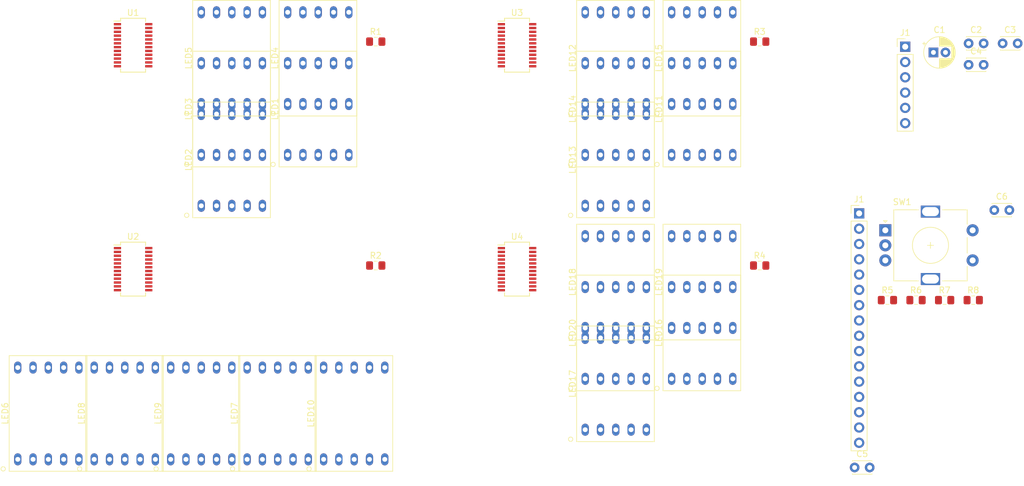
<source format=kicad_pcb>
(kicad_pcb (version 20171130) (host pcbnew "(5.1.6)-1")

  (general
    (thickness 1.6)
    (drawings 0)
    (tracks 0)
    (zones 0)
    (modules 41)
    (nets 111)
  )

  (page A4)
  (layers
    (0 F.Cu signal)
    (31 B.Cu signal)
    (32 B.Adhes user)
    (33 F.Adhes user)
    (34 B.Paste user)
    (35 F.Paste user)
    (36 B.SilkS user)
    (37 F.SilkS user)
    (38 B.Mask user)
    (39 F.Mask user)
    (40 Dwgs.User user)
    (41 Cmts.User user)
    (42 Eco1.User user)
    (43 Eco2.User user)
    (44 Edge.Cuts user)
    (45 Margin user)
    (46 B.CrtYd user)
    (47 F.CrtYd user)
    (48 B.Fab user)
    (49 F.Fab user)
  )

  (setup
    (last_trace_width 0.25)
    (trace_clearance 0.2)
    (zone_clearance 0.508)
    (zone_45_only no)
    (trace_min 0.2)
    (via_size 0.8)
    (via_drill 0.4)
    (via_min_size 0.4)
    (via_min_drill 0.3)
    (uvia_size 0.3)
    (uvia_drill 0.1)
    (uvias_allowed no)
    (uvia_min_size 0.2)
    (uvia_min_drill 0.1)
    (edge_width 0.05)
    (segment_width 0.2)
    (pcb_text_width 0.3)
    (pcb_text_size 1.5 1.5)
    (mod_edge_width 0.12)
    (mod_text_size 1 1)
    (mod_text_width 0.15)
    (pad_size 1.524 1.524)
    (pad_drill 0.762)
    (pad_to_mask_clearance 0.05)
    (aux_axis_origin 0 0)
    (visible_elements 7FFFF7FF)
    (pcbplotparams
      (layerselection 0x010fc_ffffffff)
      (usegerberextensions false)
      (usegerberattributes true)
      (usegerberadvancedattributes true)
      (creategerberjobfile true)
      (excludeedgelayer true)
      (linewidth 0.100000)
      (plotframeref false)
      (viasonmask false)
      (mode 1)
      (useauxorigin false)
      (hpglpennumber 1)
      (hpglpenspeed 20)
      (hpglpendiameter 15.000000)
      (psnegative false)
      (psa4output false)
      (plotreference true)
      (plotvalue true)
      (plotinvisibletext false)
      (padsonsilk false)
      (subtractmaskfromsilk false)
      (outputformat 1)
      (mirror false)
      (drillshape 1)
      (scaleselection 1)
      (outputdirectory ""))
  )

  (net 0 "")
  (net 1 +5V)
  (net 2 GND)
  (net 3 "Net-(J1-Pad3)")
  (net 4 DIN)
  (net 5 CLK)
  (net 6 LOAD)
  (net 7 "/5 digit LCD display/SEG_G")
  (net 8 "/5 digit LCD display/SEG_F")
  (net 9 "/5 digit LCD display/DIG_4")
  (net 10 "/5 digit LCD display/SEG_A")
  (net 11 "/5 digit LCD display/SEG_B")
  (net 12 "/5 digit LCD display/SEG_DP")
  (net 13 "/5 digit LCD display/SEG_C")
  (net 14 "Net-(LED1-Pad3)")
  (net 15 "/5 digit LCD display/SEG_D")
  (net 16 "/5 digit LCD display/SEG_E")
  (net 17 "Net-(LED2-Pad3)")
  (net 18 "/5 digit LCD display/DIG_3")
  (net 19 "/5 digit LCD display/DIG_2")
  (net 20 "Net-(LED3-Pad3)")
  (net 21 "Net-(LED4-Pad3)")
  (net 22 "/5 digit LCD display/DIG_1")
  (net 23 "/5 digit LCD display/DIG_0")
  (net 24 "Net-(LED5-Pad3)")
  (net 25 /sheet5F611637/SEG_E)
  (net 26 /sheet5F611637/SEG_D)
  (net 27 "Net-(LED6-Pad3)")
  (net 28 /sheet5F611637/SEG_C)
  (net 29 /sheet5F611637/SEG_DP)
  (net 30 /sheet5F611637/SEG_B)
  (net 31 /sheet5F611637/SEG_A)
  (net 32 /sheet5F611637/DIG_4)
  (net 33 /sheet5F611637/SEG_F)
  (net 34 /sheet5F611637/SEG_G)
  (net 35 /sheet5F611637/DIG_3)
  (net 36 "Net-(LED7-Pad3)")
  (net 37 /sheet5F611637/DIG_2)
  (net 38 "Net-(LED8-Pad3)")
  (net 39 "Net-(LED9-Pad3)")
  (net 40 /sheet5F611637/DIG_1)
  (net 41 /sheet5F611637/DIG_0)
  (net 42 "Net-(LED10-Pad3)")
  (net 43 /sheet5F613960/SEG_E)
  (net 44 /sheet5F613960/SEG_D)
  (net 45 "Net-(LED11-Pad3)")
  (net 46 /sheet5F613960/SEG_C)
  (net 47 /sheet5F613960/SEG_DP)
  (net 48 /sheet5F613960/SEG_B)
  (net 49 /sheet5F613960/SEG_A)
  (net 50 /sheet5F613960/DIG_4)
  (net 51 /sheet5F613960/SEG_F)
  (net 52 /sheet5F613960/SEG_G)
  (net 53 /sheet5F613960/DIG_3)
  (net 54 "Net-(LED12-Pad3)")
  (net 55 "Net-(LED13-Pad3)")
  (net 56 /sheet5F613960/DIG_2)
  (net 57 /sheet5F613960/DIG_1)
  (net 58 "Net-(LED14-Pad3)")
  (net 59 "Net-(LED15-Pad3)")
  (net 60 /sheet5F613960/DIG_0)
  (net 61 /sheet5F613961/SEG_E)
  (net 62 /sheet5F613961/SEG_D)
  (net 63 "Net-(LED16-Pad3)")
  (net 64 /sheet5F613961/SEG_C)
  (net 65 /sheet5F613961/SEG_DP)
  (net 66 /sheet5F613961/SEG_B)
  (net 67 /sheet5F613961/SEG_A)
  (net 68 /sheet5F613961/DIG_4)
  (net 69 /sheet5F613961/SEG_F)
  (net 70 /sheet5F613961/SEG_G)
  (net 71 "Net-(LED17-Pad3)")
  (net 72 /sheet5F613961/DIG_3)
  (net 73 /sheet5F613961/DIG_2)
  (net 74 "Net-(LED18-Pad3)")
  (net 75 /sheet5F613961/DIG_1)
  (net 76 "Net-(LED19-Pad3)")
  (net 77 "Net-(LED20-Pad3)")
  (net 78 /sheet5F613961/DIG_0)
  (net 79 "Net-(R1-Pad1)")
  (net 80 "Net-(R2-Pad1)")
  (net 81 "Net-(R3-Pad1)")
  (net 82 "Net-(R4-Pad1)")
  (net 83 /sheet5F611637/DIN)
  (net 84 "Net-(U1-Pad10)")
  (net 85 "Net-(U1-Pad8)")
  (net 86 "Net-(U1-Pad5)")
  (net 87 "Net-(U2-Pad5)")
  (net 88 "Net-(U2-Pad8)")
  (net 89 "Net-(U2-Pad10)")
  (net 90 /sheet5F613960/DIN)
  (net 91 /sheet5F613961/DIN)
  (net 92 "Net-(U3-Pad10)")
  (net 93 "Net-(U3-Pad8)")
  (net 94 "Net-(U3-Pad5)")
  (net 95 "Net-(U4-Pad5)")
  (net 96 "Net-(U4-Pad8)")
  (net 97 "Net-(U4-Pad10)")
  (net 98 /sheet5F613961/DOUT)
  (net 99 "Net-(C5-Pad2)")
  (net 100 "Net-(C6-Pad1)")
  (net 101 "Net-(J1-Pad4)")
  (net 102 "Net-(J1-Pad5)")
  (net 103 "Net-(J1-Pad6)")
  (net 104 "Net-(J1-Pad7)")
  (net 105 "Net-(J1-Pad8)")
  (net 106 "Net-(J1-Pad9)")
  (net 107 "Net-(J1-Pad10)")
  (net 108 R_RIGHT)
  (net 109 R_LEFT)
  (net 110 SW)

  (net_class Default "This is the default net class."
    (clearance 0.2)
    (trace_width 0.25)
    (via_dia 0.8)
    (via_drill 0.4)
    (uvia_dia 0.3)
    (uvia_drill 0.1)
    (add_net +5V)
    (add_net "/5 digit LCD display/DIG_0")
    (add_net "/5 digit LCD display/DIG_1")
    (add_net "/5 digit LCD display/DIG_2")
    (add_net "/5 digit LCD display/DIG_3")
    (add_net "/5 digit LCD display/DIG_4")
    (add_net "/5 digit LCD display/SEG_A")
    (add_net "/5 digit LCD display/SEG_B")
    (add_net "/5 digit LCD display/SEG_C")
    (add_net "/5 digit LCD display/SEG_D")
    (add_net "/5 digit LCD display/SEG_DP")
    (add_net "/5 digit LCD display/SEG_E")
    (add_net "/5 digit LCD display/SEG_F")
    (add_net "/5 digit LCD display/SEG_G")
    (add_net /sheet5F611637/DIG_0)
    (add_net /sheet5F611637/DIG_1)
    (add_net /sheet5F611637/DIG_2)
    (add_net /sheet5F611637/DIG_3)
    (add_net /sheet5F611637/DIG_4)
    (add_net /sheet5F611637/DIN)
    (add_net /sheet5F611637/SEG_A)
    (add_net /sheet5F611637/SEG_B)
    (add_net /sheet5F611637/SEG_C)
    (add_net /sheet5F611637/SEG_D)
    (add_net /sheet5F611637/SEG_DP)
    (add_net /sheet5F611637/SEG_E)
    (add_net /sheet5F611637/SEG_F)
    (add_net /sheet5F611637/SEG_G)
    (add_net /sheet5F613960/DIG_0)
    (add_net /sheet5F613960/DIG_1)
    (add_net /sheet5F613960/DIG_2)
    (add_net /sheet5F613960/DIG_3)
    (add_net /sheet5F613960/DIG_4)
    (add_net /sheet5F613960/DIN)
    (add_net /sheet5F613960/SEG_A)
    (add_net /sheet5F613960/SEG_B)
    (add_net /sheet5F613960/SEG_C)
    (add_net /sheet5F613960/SEG_D)
    (add_net /sheet5F613960/SEG_DP)
    (add_net /sheet5F613960/SEG_E)
    (add_net /sheet5F613960/SEG_F)
    (add_net /sheet5F613960/SEG_G)
    (add_net /sheet5F613961/DIG_0)
    (add_net /sheet5F613961/DIG_1)
    (add_net /sheet5F613961/DIG_2)
    (add_net /sheet5F613961/DIG_3)
    (add_net /sheet5F613961/DIG_4)
    (add_net /sheet5F613961/DIN)
    (add_net /sheet5F613961/DOUT)
    (add_net /sheet5F613961/SEG_A)
    (add_net /sheet5F613961/SEG_B)
    (add_net /sheet5F613961/SEG_C)
    (add_net /sheet5F613961/SEG_D)
    (add_net /sheet5F613961/SEG_DP)
    (add_net /sheet5F613961/SEG_E)
    (add_net /sheet5F613961/SEG_F)
    (add_net /sheet5F613961/SEG_G)
    (add_net CLK)
    (add_net DIN)
    (add_net GND)
    (add_net LOAD)
    (add_net "Net-(C5-Pad2)")
    (add_net "Net-(C6-Pad1)")
    (add_net "Net-(J1-Pad10)")
    (add_net "Net-(J1-Pad3)")
    (add_net "Net-(J1-Pad4)")
    (add_net "Net-(J1-Pad5)")
    (add_net "Net-(J1-Pad6)")
    (add_net "Net-(J1-Pad7)")
    (add_net "Net-(J1-Pad8)")
    (add_net "Net-(J1-Pad9)")
    (add_net "Net-(LED1-Pad3)")
    (add_net "Net-(LED10-Pad3)")
    (add_net "Net-(LED11-Pad3)")
    (add_net "Net-(LED12-Pad3)")
    (add_net "Net-(LED13-Pad3)")
    (add_net "Net-(LED14-Pad3)")
    (add_net "Net-(LED15-Pad3)")
    (add_net "Net-(LED16-Pad3)")
    (add_net "Net-(LED17-Pad3)")
    (add_net "Net-(LED18-Pad3)")
    (add_net "Net-(LED19-Pad3)")
    (add_net "Net-(LED2-Pad3)")
    (add_net "Net-(LED20-Pad3)")
    (add_net "Net-(LED3-Pad3)")
    (add_net "Net-(LED4-Pad3)")
    (add_net "Net-(LED5-Pad3)")
    (add_net "Net-(LED6-Pad3)")
    (add_net "Net-(LED7-Pad3)")
    (add_net "Net-(LED8-Pad3)")
    (add_net "Net-(LED9-Pad3)")
    (add_net "Net-(R1-Pad1)")
    (add_net "Net-(R2-Pad1)")
    (add_net "Net-(R3-Pad1)")
    (add_net "Net-(R4-Pad1)")
    (add_net "Net-(U1-Pad10)")
    (add_net "Net-(U1-Pad5)")
    (add_net "Net-(U1-Pad8)")
    (add_net "Net-(U2-Pad10)")
    (add_net "Net-(U2-Pad5)")
    (add_net "Net-(U2-Pad8)")
    (add_net "Net-(U3-Pad10)")
    (add_net "Net-(U3-Pad5)")
    (add_net "Net-(U3-Pad8)")
    (add_net "Net-(U4-Pad10)")
    (add_net "Net-(U4-Pad5)")
    (add_net "Net-(U4-Pad8)")
    (add_net R_LEFT)
    (add_net R_RIGHT)
    (add_net SW)
  )

  (module Capacitor_THT:CP_Radial_D5.0mm_P2.00mm (layer F.Cu) (tedit 5AE50EF0) (tstamp 5F5CBBBE)
    (at 202.888776 26.397001)
    (descr "CP, Radial series, Radial, pin pitch=2.00mm, , diameter=5mm, Electrolytic Capacitor")
    (tags "CP Radial series Radial pin pitch 2.00mm  diameter 5mm Electrolytic Capacitor")
    (path /5F5E40FA)
    (fp_text reference C1 (at 1 -3.75) (layer F.SilkS)
      (effects (font (size 1 1) (thickness 0.15)))
    )
    (fp_text value 10uF (at 1 3.75) (layer F.Fab)
      (effects (font (size 1 1) (thickness 0.15)))
    )
    (fp_circle (center 1 0) (end 3.5 0) (layer F.Fab) (width 0.1))
    (fp_circle (center 1 0) (end 3.62 0) (layer F.SilkS) (width 0.12))
    (fp_circle (center 1 0) (end 3.75 0) (layer F.CrtYd) (width 0.05))
    (fp_line (start -1.133605 -1.0875) (end -0.633605 -1.0875) (layer F.Fab) (width 0.1))
    (fp_line (start -0.883605 -1.3375) (end -0.883605 -0.8375) (layer F.Fab) (width 0.1))
    (fp_line (start 1 1.04) (end 1 2.58) (layer F.SilkS) (width 0.12))
    (fp_line (start 1 -2.58) (end 1 -1.04) (layer F.SilkS) (width 0.12))
    (fp_line (start 1.04 1.04) (end 1.04 2.58) (layer F.SilkS) (width 0.12))
    (fp_line (start 1.04 -2.58) (end 1.04 -1.04) (layer F.SilkS) (width 0.12))
    (fp_line (start 1.08 -2.579) (end 1.08 -1.04) (layer F.SilkS) (width 0.12))
    (fp_line (start 1.08 1.04) (end 1.08 2.579) (layer F.SilkS) (width 0.12))
    (fp_line (start 1.12 -2.578) (end 1.12 -1.04) (layer F.SilkS) (width 0.12))
    (fp_line (start 1.12 1.04) (end 1.12 2.578) (layer F.SilkS) (width 0.12))
    (fp_line (start 1.16 -2.576) (end 1.16 -1.04) (layer F.SilkS) (width 0.12))
    (fp_line (start 1.16 1.04) (end 1.16 2.576) (layer F.SilkS) (width 0.12))
    (fp_line (start 1.2 -2.573) (end 1.2 -1.04) (layer F.SilkS) (width 0.12))
    (fp_line (start 1.2 1.04) (end 1.2 2.573) (layer F.SilkS) (width 0.12))
    (fp_line (start 1.24 -2.569) (end 1.24 -1.04) (layer F.SilkS) (width 0.12))
    (fp_line (start 1.24 1.04) (end 1.24 2.569) (layer F.SilkS) (width 0.12))
    (fp_line (start 1.28 -2.565) (end 1.28 -1.04) (layer F.SilkS) (width 0.12))
    (fp_line (start 1.28 1.04) (end 1.28 2.565) (layer F.SilkS) (width 0.12))
    (fp_line (start 1.32 -2.561) (end 1.32 -1.04) (layer F.SilkS) (width 0.12))
    (fp_line (start 1.32 1.04) (end 1.32 2.561) (layer F.SilkS) (width 0.12))
    (fp_line (start 1.36 -2.556) (end 1.36 -1.04) (layer F.SilkS) (width 0.12))
    (fp_line (start 1.36 1.04) (end 1.36 2.556) (layer F.SilkS) (width 0.12))
    (fp_line (start 1.4 -2.55) (end 1.4 -1.04) (layer F.SilkS) (width 0.12))
    (fp_line (start 1.4 1.04) (end 1.4 2.55) (layer F.SilkS) (width 0.12))
    (fp_line (start 1.44 -2.543) (end 1.44 -1.04) (layer F.SilkS) (width 0.12))
    (fp_line (start 1.44 1.04) (end 1.44 2.543) (layer F.SilkS) (width 0.12))
    (fp_line (start 1.48 -2.536) (end 1.48 -1.04) (layer F.SilkS) (width 0.12))
    (fp_line (start 1.48 1.04) (end 1.48 2.536) (layer F.SilkS) (width 0.12))
    (fp_line (start 1.52 -2.528) (end 1.52 -1.04) (layer F.SilkS) (width 0.12))
    (fp_line (start 1.52 1.04) (end 1.52 2.528) (layer F.SilkS) (width 0.12))
    (fp_line (start 1.56 -2.52) (end 1.56 -1.04) (layer F.SilkS) (width 0.12))
    (fp_line (start 1.56 1.04) (end 1.56 2.52) (layer F.SilkS) (width 0.12))
    (fp_line (start 1.6 -2.511) (end 1.6 -1.04) (layer F.SilkS) (width 0.12))
    (fp_line (start 1.6 1.04) (end 1.6 2.511) (layer F.SilkS) (width 0.12))
    (fp_line (start 1.64 -2.501) (end 1.64 -1.04) (layer F.SilkS) (width 0.12))
    (fp_line (start 1.64 1.04) (end 1.64 2.501) (layer F.SilkS) (width 0.12))
    (fp_line (start 1.68 -2.491) (end 1.68 -1.04) (layer F.SilkS) (width 0.12))
    (fp_line (start 1.68 1.04) (end 1.68 2.491) (layer F.SilkS) (width 0.12))
    (fp_line (start 1.721 -2.48) (end 1.721 -1.04) (layer F.SilkS) (width 0.12))
    (fp_line (start 1.721 1.04) (end 1.721 2.48) (layer F.SilkS) (width 0.12))
    (fp_line (start 1.761 -2.468) (end 1.761 -1.04) (layer F.SilkS) (width 0.12))
    (fp_line (start 1.761 1.04) (end 1.761 2.468) (layer F.SilkS) (width 0.12))
    (fp_line (start 1.801 -2.455) (end 1.801 -1.04) (layer F.SilkS) (width 0.12))
    (fp_line (start 1.801 1.04) (end 1.801 2.455) (layer F.SilkS) (width 0.12))
    (fp_line (start 1.841 -2.442) (end 1.841 -1.04) (layer F.SilkS) (width 0.12))
    (fp_line (start 1.841 1.04) (end 1.841 2.442) (layer F.SilkS) (width 0.12))
    (fp_line (start 1.881 -2.428) (end 1.881 -1.04) (layer F.SilkS) (width 0.12))
    (fp_line (start 1.881 1.04) (end 1.881 2.428) (layer F.SilkS) (width 0.12))
    (fp_line (start 1.921 -2.414) (end 1.921 -1.04) (layer F.SilkS) (width 0.12))
    (fp_line (start 1.921 1.04) (end 1.921 2.414) (layer F.SilkS) (width 0.12))
    (fp_line (start 1.961 -2.398) (end 1.961 -1.04) (layer F.SilkS) (width 0.12))
    (fp_line (start 1.961 1.04) (end 1.961 2.398) (layer F.SilkS) (width 0.12))
    (fp_line (start 2.001 -2.382) (end 2.001 -1.04) (layer F.SilkS) (width 0.12))
    (fp_line (start 2.001 1.04) (end 2.001 2.382) (layer F.SilkS) (width 0.12))
    (fp_line (start 2.041 -2.365) (end 2.041 -1.04) (layer F.SilkS) (width 0.12))
    (fp_line (start 2.041 1.04) (end 2.041 2.365) (layer F.SilkS) (width 0.12))
    (fp_line (start 2.081 -2.348) (end 2.081 -1.04) (layer F.SilkS) (width 0.12))
    (fp_line (start 2.081 1.04) (end 2.081 2.348) (layer F.SilkS) (width 0.12))
    (fp_line (start 2.121 -2.329) (end 2.121 -1.04) (layer F.SilkS) (width 0.12))
    (fp_line (start 2.121 1.04) (end 2.121 2.329) (layer F.SilkS) (width 0.12))
    (fp_line (start 2.161 -2.31) (end 2.161 -1.04) (layer F.SilkS) (width 0.12))
    (fp_line (start 2.161 1.04) (end 2.161 2.31) (layer F.SilkS) (width 0.12))
    (fp_line (start 2.201 -2.29) (end 2.201 -1.04) (layer F.SilkS) (width 0.12))
    (fp_line (start 2.201 1.04) (end 2.201 2.29) (layer F.SilkS) (width 0.12))
    (fp_line (start 2.241 -2.268) (end 2.241 -1.04) (layer F.SilkS) (width 0.12))
    (fp_line (start 2.241 1.04) (end 2.241 2.268) (layer F.SilkS) (width 0.12))
    (fp_line (start 2.281 -2.247) (end 2.281 -1.04) (layer F.SilkS) (width 0.12))
    (fp_line (start 2.281 1.04) (end 2.281 2.247) (layer F.SilkS) (width 0.12))
    (fp_line (start 2.321 -2.224) (end 2.321 -1.04) (layer F.SilkS) (width 0.12))
    (fp_line (start 2.321 1.04) (end 2.321 2.224) (layer F.SilkS) (width 0.12))
    (fp_line (start 2.361 -2.2) (end 2.361 -1.04) (layer F.SilkS) (width 0.12))
    (fp_line (start 2.361 1.04) (end 2.361 2.2) (layer F.SilkS) (width 0.12))
    (fp_line (start 2.401 -2.175) (end 2.401 -1.04) (layer F.SilkS) (width 0.12))
    (fp_line (start 2.401 1.04) (end 2.401 2.175) (layer F.SilkS) (width 0.12))
    (fp_line (start 2.441 -2.149) (end 2.441 -1.04) (layer F.SilkS) (width 0.12))
    (fp_line (start 2.441 1.04) (end 2.441 2.149) (layer F.SilkS) (width 0.12))
    (fp_line (start 2.481 -2.122) (end 2.481 -1.04) (layer F.SilkS) (width 0.12))
    (fp_line (start 2.481 1.04) (end 2.481 2.122) (layer F.SilkS) (width 0.12))
    (fp_line (start 2.521 -2.095) (end 2.521 -1.04) (layer F.SilkS) (width 0.12))
    (fp_line (start 2.521 1.04) (end 2.521 2.095) (layer F.SilkS) (width 0.12))
    (fp_line (start 2.561 -2.065) (end 2.561 -1.04) (layer F.SilkS) (width 0.12))
    (fp_line (start 2.561 1.04) (end 2.561 2.065) (layer F.SilkS) (width 0.12))
    (fp_line (start 2.601 -2.035) (end 2.601 -1.04) (layer F.SilkS) (width 0.12))
    (fp_line (start 2.601 1.04) (end 2.601 2.035) (layer F.SilkS) (width 0.12))
    (fp_line (start 2.641 -2.004) (end 2.641 -1.04) (layer F.SilkS) (width 0.12))
    (fp_line (start 2.641 1.04) (end 2.641 2.004) (layer F.SilkS) (width 0.12))
    (fp_line (start 2.681 -1.971) (end 2.681 -1.04) (layer F.SilkS) (width 0.12))
    (fp_line (start 2.681 1.04) (end 2.681 1.971) (layer F.SilkS) (width 0.12))
    (fp_line (start 2.721 -1.937) (end 2.721 -1.04) (layer F.SilkS) (width 0.12))
    (fp_line (start 2.721 1.04) (end 2.721 1.937) (layer F.SilkS) (width 0.12))
    (fp_line (start 2.761 -1.901) (end 2.761 -1.04) (layer F.SilkS) (width 0.12))
    (fp_line (start 2.761 1.04) (end 2.761 1.901) (layer F.SilkS) (width 0.12))
    (fp_line (start 2.801 -1.864) (end 2.801 -1.04) (layer F.SilkS) (width 0.12))
    (fp_line (start 2.801 1.04) (end 2.801 1.864) (layer F.SilkS) (width 0.12))
    (fp_line (start 2.841 -1.826) (end 2.841 -1.04) (layer F.SilkS) (width 0.12))
    (fp_line (start 2.841 1.04) (end 2.841 1.826) (layer F.SilkS) (width 0.12))
    (fp_line (start 2.881 -1.785) (end 2.881 -1.04) (layer F.SilkS) (width 0.12))
    (fp_line (start 2.881 1.04) (end 2.881 1.785) (layer F.SilkS) (width 0.12))
    (fp_line (start 2.921 -1.743) (end 2.921 -1.04) (layer F.SilkS) (width 0.12))
    (fp_line (start 2.921 1.04) (end 2.921 1.743) (layer F.SilkS) (width 0.12))
    (fp_line (start 2.961 -1.699) (end 2.961 -1.04) (layer F.SilkS) (width 0.12))
    (fp_line (start 2.961 1.04) (end 2.961 1.699) (layer F.SilkS) (width 0.12))
    (fp_line (start 3.001 -1.653) (end 3.001 -1.04) (layer F.SilkS) (width 0.12))
    (fp_line (start 3.001 1.04) (end 3.001 1.653) (layer F.SilkS) (width 0.12))
    (fp_line (start 3.041 -1.605) (end 3.041 1.605) (layer F.SilkS) (width 0.12))
    (fp_line (start 3.081 -1.554) (end 3.081 1.554) (layer F.SilkS) (width 0.12))
    (fp_line (start 3.121 -1.5) (end 3.121 1.5) (layer F.SilkS) (width 0.12))
    (fp_line (start 3.161 -1.443) (end 3.161 1.443) (layer F.SilkS) (width 0.12))
    (fp_line (start 3.201 -1.383) (end 3.201 1.383) (layer F.SilkS) (width 0.12))
    (fp_line (start 3.241 -1.319) (end 3.241 1.319) (layer F.SilkS) (width 0.12))
    (fp_line (start 3.281 -1.251) (end 3.281 1.251) (layer F.SilkS) (width 0.12))
    (fp_line (start 3.321 -1.178) (end 3.321 1.178) (layer F.SilkS) (width 0.12))
    (fp_line (start 3.361 -1.098) (end 3.361 1.098) (layer F.SilkS) (width 0.12))
    (fp_line (start 3.401 -1.011) (end 3.401 1.011) (layer F.SilkS) (width 0.12))
    (fp_line (start 3.441 -0.915) (end 3.441 0.915) (layer F.SilkS) (width 0.12))
    (fp_line (start 3.481 -0.805) (end 3.481 0.805) (layer F.SilkS) (width 0.12))
    (fp_line (start 3.521 -0.677) (end 3.521 0.677) (layer F.SilkS) (width 0.12))
    (fp_line (start 3.561 -0.518) (end 3.561 0.518) (layer F.SilkS) (width 0.12))
    (fp_line (start 3.601 -0.284) (end 3.601 0.284) (layer F.SilkS) (width 0.12))
    (fp_line (start -1.804775 -1.475) (end -1.304775 -1.475) (layer F.SilkS) (width 0.12))
    (fp_line (start -1.554775 -1.725) (end -1.554775 -1.225) (layer F.SilkS) (width 0.12))
    (fp_text user %R (at 1 0) (layer F.Fab)
      (effects (font (size 1 1) (thickness 0.15)))
    )
    (pad 1 thru_hole rect (at 0 0) (size 1.6 1.6) (drill 0.8) (layers *.Cu *.Mask)
      (net 1 +5V))
    (pad 2 thru_hole circle (at 2 0) (size 1.6 1.6) (drill 0.8) (layers *.Cu *.Mask)
      (net 2 GND))
    (model ${KISYS3DMOD}/Capacitor_THT.3dshapes/CP_Radial_D5.0mm_P2.00mm.wrl
      (at (xyz 0 0 0))
      (scale (xyz 1 1 1))
      (rotate (xyz 0 0 0))
    )
  )

  (module Capacitor_THT:C_Disc_D3.0mm_W2.0mm_P2.50mm (layer F.Cu) (tedit 5AE50EF0) (tstamp 5F5CBBD3)
    (at 208.729001 24.897001)
    (descr "C, Disc series, Radial, pin pitch=2.50mm, , diameter*width=3*2mm^2, Capacitor")
    (tags "C Disc series Radial pin pitch 2.50mm  diameter 3mm width 2mm Capacitor")
    (path /5F5E4B96)
    (fp_text reference C2 (at 1.25 -2.25) (layer F.SilkS)
      (effects (font (size 1 1) (thickness 0.15)))
    )
    (fp_text value 0.1uF (at 1.25 2.25) (layer F.Fab)
      (effects (font (size 1 1) (thickness 0.15)))
    )
    (fp_line (start -0.25 -1) (end -0.25 1) (layer F.Fab) (width 0.1))
    (fp_line (start -0.25 1) (end 2.75 1) (layer F.Fab) (width 0.1))
    (fp_line (start 2.75 1) (end 2.75 -1) (layer F.Fab) (width 0.1))
    (fp_line (start 2.75 -1) (end -0.25 -1) (layer F.Fab) (width 0.1))
    (fp_line (start -0.37 -1.12) (end 2.87 -1.12) (layer F.SilkS) (width 0.12))
    (fp_line (start -0.37 1.12) (end 2.87 1.12) (layer F.SilkS) (width 0.12))
    (fp_line (start -0.37 -1.12) (end -0.37 -1.055) (layer F.SilkS) (width 0.12))
    (fp_line (start -0.37 1.055) (end -0.37 1.12) (layer F.SilkS) (width 0.12))
    (fp_line (start 2.87 -1.12) (end 2.87 -1.055) (layer F.SilkS) (width 0.12))
    (fp_line (start 2.87 1.055) (end 2.87 1.12) (layer F.SilkS) (width 0.12))
    (fp_line (start -1.05 -1.25) (end -1.05 1.25) (layer F.CrtYd) (width 0.05))
    (fp_line (start -1.05 1.25) (end 3.55 1.25) (layer F.CrtYd) (width 0.05))
    (fp_line (start 3.55 1.25) (end 3.55 -1.25) (layer F.CrtYd) (width 0.05))
    (fp_line (start 3.55 -1.25) (end -1.05 -1.25) (layer F.CrtYd) (width 0.05))
    (fp_text user %R (at 1.25 0) (layer F.Fab)
      (effects (font (size 0.6 0.6) (thickness 0.09)))
    )
    (pad 1 thru_hole circle (at 0 0) (size 1.6 1.6) (drill 0.8) (layers *.Cu *.Mask)
      (net 1 +5V))
    (pad 2 thru_hole circle (at 2.5 0) (size 1.6 1.6) (drill 0.8) (layers *.Cu *.Mask)
      (net 2 GND))
    (model ${KISYS3DMOD}/Capacitor_THT.3dshapes/C_Disc_D3.0mm_W2.0mm_P2.50mm.wrl
      (at (xyz 0 0 0))
      (scale (xyz 1 1 1))
      (rotate (xyz 0 0 0))
    )
  )

  (module Capacitor_THT:C_Disc_D3.0mm_W2.0mm_P2.50mm (layer F.Cu) (tedit 5AE50EF0) (tstamp 5F5CBBE8)
    (at 214.379001 24.897001)
    (descr "C, Disc series, Radial, pin pitch=2.50mm, , diameter*width=3*2mm^2, Capacitor")
    (tags "C Disc series Radial pin pitch 2.50mm  diameter 3mm width 2mm Capacitor")
    (path /5F5E5831)
    (fp_text reference C3 (at 1.25 -2.25) (layer F.SilkS)
      (effects (font (size 1 1) (thickness 0.15)))
    )
    (fp_text value 0.1uF (at 1.25 2.25) (layer F.Fab)
      (effects (font (size 1 1) (thickness 0.15)))
    )
    (fp_line (start 3.55 -1.25) (end -1.05 -1.25) (layer F.CrtYd) (width 0.05))
    (fp_line (start 3.55 1.25) (end 3.55 -1.25) (layer F.CrtYd) (width 0.05))
    (fp_line (start -1.05 1.25) (end 3.55 1.25) (layer F.CrtYd) (width 0.05))
    (fp_line (start -1.05 -1.25) (end -1.05 1.25) (layer F.CrtYd) (width 0.05))
    (fp_line (start 2.87 1.055) (end 2.87 1.12) (layer F.SilkS) (width 0.12))
    (fp_line (start 2.87 -1.12) (end 2.87 -1.055) (layer F.SilkS) (width 0.12))
    (fp_line (start -0.37 1.055) (end -0.37 1.12) (layer F.SilkS) (width 0.12))
    (fp_line (start -0.37 -1.12) (end -0.37 -1.055) (layer F.SilkS) (width 0.12))
    (fp_line (start -0.37 1.12) (end 2.87 1.12) (layer F.SilkS) (width 0.12))
    (fp_line (start -0.37 -1.12) (end 2.87 -1.12) (layer F.SilkS) (width 0.12))
    (fp_line (start 2.75 -1) (end -0.25 -1) (layer F.Fab) (width 0.1))
    (fp_line (start 2.75 1) (end 2.75 -1) (layer F.Fab) (width 0.1))
    (fp_line (start -0.25 1) (end 2.75 1) (layer F.Fab) (width 0.1))
    (fp_line (start -0.25 -1) (end -0.25 1) (layer F.Fab) (width 0.1))
    (fp_text user %R (at 1.25 0) (layer F.Fab)
      (effects (font (size 0.6 0.6) (thickness 0.09)))
    )
    (pad 2 thru_hole circle (at 2.5 0) (size 1.6 1.6) (drill 0.8) (layers *.Cu *.Mask)
      (net 2 GND))
    (pad 1 thru_hole circle (at 0 0) (size 1.6 1.6) (drill 0.8) (layers *.Cu *.Mask)
      (net 1 +5V))
    (model ${KISYS3DMOD}/Capacitor_THT.3dshapes/C_Disc_D3.0mm_W2.0mm_P2.50mm.wrl
      (at (xyz 0 0 0))
      (scale (xyz 1 1 1))
      (rotate (xyz 0 0 0))
    )
  )

  (module Capacitor_THT:C_Disc_D3.0mm_W2.0mm_P2.50mm (layer F.Cu) (tedit 5AE50EF0) (tstamp 5F5CBBFD)
    (at 208.729001 28.447001)
    (descr "C, Disc series, Radial, pin pitch=2.50mm, , diameter*width=3*2mm^2, Capacitor")
    (tags "C Disc series Radial pin pitch 2.50mm  diameter 3mm width 2mm Capacitor")
    (path /5F5E5C8A)
    (fp_text reference C4 (at 1.25 -2.25) (layer F.SilkS)
      (effects (font (size 1 1) (thickness 0.15)))
    )
    (fp_text value 0.1uF (at 1.25 2.25) (layer F.Fab)
      (effects (font (size 1 1) (thickness 0.15)))
    )
    (fp_line (start -0.25 -1) (end -0.25 1) (layer F.Fab) (width 0.1))
    (fp_line (start -0.25 1) (end 2.75 1) (layer F.Fab) (width 0.1))
    (fp_line (start 2.75 1) (end 2.75 -1) (layer F.Fab) (width 0.1))
    (fp_line (start 2.75 -1) (end -0.25 -1) (layer F.Fab) (width 0.1))
    (fp_line (start -0.37 -1.12) (end 2.87 -1.12) (layer F.SilkS) (width 0.12))
    (fp_line (start -0.37 1.12) (end 2.87 1.12) (layer F.SilkS) (width 0.12))
    (fp_line (start -0.37 -1.12) (end -0.37 -1.055) (layer F.SilkS) (width 0.12))
    (fp_line (start -0.37 1.055) (end -0.37 1.12) (layer F.SilkS) (width 0.12))
    (fp_line (start 2.87 -1.12) (end 2.87 -1.055) (layer F.SilkS) (width 0.12))
    (fp_line (start 2.87 1.055) (end 2.87 1.12) (layer F.SilkS) (width 0.12))
    (fp_line (start -1.05 -1.25) (end -1.05 1.25) (layer F.CrtYd) (width 0.05))
    (fp_line (start -1.05 1.25) (end 3.55 1.25) (layer F.CrtYd) (width 0.05))
    (fp_line (start 3.55 1.25) (end 3.55 -1.25) (layer F.CrtYd) (width 0.05))
    (fp_line (start 3.55 -1.25) (end -1.05 -1.25) (layer F.CrtYd) (width 0.05))
    (fp_text user %R (at 1.25 0) (layer F.Fab)
      (effects (font (size 0.6 0.6) (thickness 0.09)))
    )
    (pad 1 thru_hole circle (at 0 0) (size 1.6 1.6) (drill 0.8) (layers *.Cu *.Mask)
      (net 1 +5V))
    (pad 2 thru_hole circle (at 2.5 0) (size 1.6 1.6) (drill 0.8) (layers *.Cu *.Mask)
      (net 2 GND))
    (model ${KISYS3DMOD}/Capacitor_THT.3dshapes/C_Disc_D3.0mm_W2.0mm_P2.50mm.wrl
      (at (xyz 0 0 0))
      (scale (xyz 1 1 1))
      (rotate (xyz 0 0 0))
    )
  )

  (module Connector_PinHeader_2.54mm:PinHeader_1x06_P2.54mm_Vertical (layer F.Cu) (tedit 59FED5CC) (tstamp 5F5CBC17)
    (at 198.199001 25.447001)
    (descr "Through hole straight pin header, 1x06, 2.54mm pitch, single row")
    (tags "Through hole pin header THT 1x06 2.54mm single row")
    (path /5F5EC70C)
    (fp_text reference J1 (at 0 -2.33) (layer F.SilkS)
      (effects (font (size 1 1) (thickness 0.15)))
    )
    (fp_text value "Board connector" (at 0 15.03) (layer F.Fab)
      (effects (font (size 1 1) (thickness 0.15)))
    )
    (fp_line (start -0.635 -1.27) (end 1.27 -1.27) (layer F.Fab) (width 0.1))
    (fp_line (start 1.27 -1.27) (end 1.27 13.97) (layer F.Fab) (width 0.1))
    (fp_line (start 1.27 13.97) (end -1.27 13.97) (layer F.Fab) (width 0.1))
    (fp_line (start -1.27 13.97) (end -1.27 -0.635) (layer F.Fab) (width 0.1))
    (fp_line (start -1.27 -0.635) (end -0.635 -1.27) (layer F.Fab) (width 0.1))
    (fp_line (start -1.33 14.03) (end 1.33 14.03) (layer F.SilkS) (width 0.12))
    (fp_line (start -1.33 1.27) (end -1.33 14.03) (layer F.SilkS) (width 0.12))
    (fp_line (start 1.33 1.27) (end 1.33 14.03) (layer F.SilkS) (width 0.12))
    (fp_line (start -1.33 1.27) (end 1.33 1.27) (layer F.SilkS) (width 0.12))
    (fp_line (start -1.33 0) (end -1.33 -1.33) (layer F.SilkS) (width 0.12))
    (fp_line (start -1.33 -1.33) (end 0 -1.33) (layer F.SilkS) (width 0.12))
    (fp_line (start -1.8 -1.8) (end -1.8 14.5) (layer F.CrtYd) (width 0.05))
    (fp_line (start -1.8 14.5) (end 1.8 14.5) (layer F.CrtYd) (width 0.05))
    (fp_line (start 1.8 14.5) (end 1.8 -1.8) (layer F.CrtYd) (width 0.05))
    (fp_line (start 1.8 -1.8) (end -1.8 -1.8) (layer F.CrtYd) (width 0.05))
    (fp_text user %R (at 0 6.35 90) (layer F.Fab)
      (effects (font (size 1 1) (thickness 0.15)))
    )
    (pad 1 thru_hole rect (at 0 0) (size 1.7 1.7) (drill 1) (layers *.Cu *.Mask)
      (net 1 +5V))
    (pad 2 thru_hole oval (at 0 2.54) (size 1.7 1.7) (drill 1) (layers *.Cu *.Mask)
      (net 2 GND))
    (pad 3 thru_hole oval (at 0 5.08) (size 1.7 1.7) (drill 1) (layers *.Cu *.Mask)
      (net 3 "Net-(J1-Pad3)"))
    (pad 4 thru_hole oval (at 0 7.62) (size 1.7 1.7) (drill 1) (layers *.Cu *.Mask)
      (net 4 DIN))
    (pad 5 thru_hole oval (at 0 10.16) (size 1.7 1.7) (drill 1) (layers *.Cu *.Mask)
      (net 5 CLK))
    (pad 6 thru_hole oval (at 0 12.7) (size 1.7 1.7) (drill 1) (layers *.Cu *.Mask)
      (net 6 LOAD))
    (model ${KISYS3DMOD}/Connector_PinHeader_2.54mm.3dshapes/PinHeader_1x06_P2.54mm_Vertical.wrl
      (at (xyz 0 0 0))
      (scale (xyz 1 1 1))
      (rotate (xyz 0 0 0))
    )
  )

  (module Resistor_SMD:R_0805_2012Metric_Pad1.15x1.40mm_HandSolder (layer F.Cu) (tedit 5B36C52B) (tstamp 5F5CBE30)
    (at 110.259001 24.597001)
    (descr "Resistor SMD 0805 (2012 Metric), square (rectangular) end terminal, IPC_7351 nominal with elongated pad for handsoldering. (Body size source: https://docs.google.com/spreadsheets/d/1BsfQQcO9C6DZCsRaXUlFlo91Tg2WpOkGARC1WS5S8t0/edit?usp=sharing), generated with kicad-footprint-generator")
    (tags "resistor handsolder")
    (path /5F60A880/5F60E2D8)
    (attr smd)
    (fp_text reference R1 (at 0 -1.65) (layer F.SilkS)
      (effects (font (size 1 1) (thickness 0.15)))
    )
    (fp_text value 27k (at 0 1.65) (layer F.Fab)
      (effects (font (size 1 1) (thickness 0.15)))
    )
    (fp_line (start 1.85 0.95) (end -1.85 0.95) (layer F.CrtYd) (width 0.05))
    (fp_line (start 1.85 -0.95) (end 1.85 0.95) (layer F.CrtYd) (width 0.05))
    (fp_line (start -1.85 -0.95) (end 1.85 -0.95) (layer F.CrtYd) (width 0.05))
    (fp_line (start -1.85 0.95) (end -1.85 -0.95) (layer F.CrtYd) (width 0.05))
    (fp_line (start -0.261252 0.71) (end 0.261252 0.71) (layer F.SilkS) (width 0.12))
    (fp_line (start -0.261252 -0.71) (end 0.261252 -0.71) (layer F.SilkS) (width 0.12))
    (fp_line (start 1 0.6) (end -1 0.6) (layer F.Fab) (width 0.1))
    (fp_line (start 1 -0.6) (end 1 0.6) (layer F.Fab) (width 0.1))
    (fp_line (start -1 -0.6) (end 1 -0.6) (layer F.Fab) (width 0.1))
    (fp_line (start -1 0.6) (end -1 -0.6) (layer F.Fab) (width 0.1))
    (fp_text user %R (at 0 0) (layer F.Fab)
      (effects (font (size 0.5 0.5) (thickness 0.08)))
    )
    (pad 2 smd roundrect (at 1.025 0) (size 1.15 1.4) (layers F.Cu F.Paste F.Mask) (roundrect_rratio 0.217391)
      (net 1 +5V))
    (pad 1 smd roundrect (at -1.025 0) (size 1.15 1.4) (layers F.Cu F.Paste F.Mask) (roundrect_rratio 0.217391)
      (net 79 "Net-(R1-Pad1)"))
    (model ${KISYS3DMOD}/Resistor_SMD.3dshapes/R_0805_2012Metric.wrl
      (at (xyz 0 0 0))
      (scale (xyz 1 1 1))
      (rotate (xyz 0 0 0))
    )
  )

  (module Resistor_SMD:R_0805_2012Metric_Pad1.15x1.40mm_HandSolder (layer F.Cu) (tedit 5B36C52B) (tstamp 5F5CBE41)
    (at 110.259001 61.787001)
    (descr "Resistor SMD 0805 (2012 Metric), square (rectangular) end terminal, IPC_7351 nominal with elongated pad for handsoldering. (Body size source: https://docs.google.com/spreadsheets/d/1BsfQQcO9C6DZCsRaXUlFlo91Tg2WpOkGARC1WS5S8t0/edit?usp=sharing), generated with kicad-footprint-generator")
    (tags "resistor handsolder")
    (path /5F61163D/5F60E2D8)
    (attr smd)
    (fp_text reference R2 (at 0 -1.65) (layer F.SilkS)
      (effects (font (size 1 1) (thickness 0.15)))
    )
    (fp_text value 27k (at 0 1.65) (layer F.Fab)
      (effects (font (size 1 1) (thickness 0.15)))
    )
    (fp_line (start 1.85 0.95) (end -1.85 0.95) (layer F.CrtYd) (width 0.05))
    (fp_line (start 1.85 -0.95) (end 1.85 0.95) (layer F.CrtYd) (width 0.05))
    (fp_line (start -1.85 -0.95) (end 1.85 -0.95) (layer F.CrtYd) (width 0.05))
    (fp_line (start -1.85 0.95) (end -1.85 -0.95) (layer F.CrtYd) (width 0.05))
    (fp_line (start -0.261252 0.71) (end 0.261252 0.71) (layer F.SilkS) (width 0.12))
    (fp_line (start -0.261252 -0.71) (end 0.261252 -0.71) (layer F.SilkS) (width 0.12))
    (fp_line (start 1 0.6) (end -1 0.6) (layer F.Fab) (width 0.1))
    (fp_line (start 1 -0.6) (end 1 0.6) (layer F.Fab) (width 0.1))
    (fp_line (start -1 -0.6) (end 1 -0.6) (layer F.Fab) (width 0.1))
    (fp_line (start -1 0.6) (end -1 -0.6) (layer F.Fab) (width 0.1))
    (fp_text user %R (at 0 0) (layer F.Fab)
      (effects (font (size 0.5 0.5) (thickness 0.08)))
    )
    (pad 2 smd roundrect (at 1.025 0) (size 1.15 1.4) (layers F.Cu F.Paste F.Mask) (roundrect_rratio 0.217391)
      (net 1 +5V))
    (pad 1 smd roundrect (at -1.025 0) (size 1.15 1.4) (layers F.Cu F.Paste F.Mask) (roundrect_rratio 0.217391)
      (net 80 "Net-(R2-Pad1)"))
    (model ${KISYS3DMOD}/Resistor_SMD.3dshapes/R_0805_2012Metric.wrl
      (at (xyz 0 0 0))
      (scale (xyz 1 1 1))
      (rotate (xyz 0 0 0))
    )
  )

  (module Resistor_SMD:R_0805_2012Metric_Pad1.15x1.40mm_HandSolder (layer F.Cu) (tedit 5B36C52B) (tstamp 5F5CBE52)
    (at 174.029001 24.597001)
    (descr "Resistor SMD 0805 (2012 Metric), square (rectangular) end terminal, IPC_7351 nominal with elongated pad for handsoldering. (Body size source: https://docs.google.com/spreadsheets/d/1BsfQQcO9C6DZCsRaXUlFlo91Tg2WpOkGARC1WS5S8t0/edit?usp=sharing), generated with kicad-footprint-generator")
    (tags "resistor handsolder")
    (path /5F613967/5F60E2D8)
    (attr smd)
    (fp_text reference R3 (at 0 -1.65) (layer F.SilkS)
      (effects (font (size 1 1) (thickness 0.15)))
    )
    (fp_text value 27k (at 0 1.65) (layer F.Fab)
      (effects (font (size 1 1) (thickness 0.15)))
    )
    (fp_line (start -1 0.6) (end -1 -0.6) (layer F.Fab) (width 0.1))
    (fp_line (start -1 -0.6) (end 1 -0.6) (layer F.Fab) (width 0.1))
    (fp_line (start 1 -0.6) (end 1 0.6) (layer F.Fab) (width 0.1))
    (fp_line (start 1 0.6) (end -1 0.6) (layer F.Fab) (width 0.1))
    (fp_line (start -0.261252 -0.71) (end 0.261252 -0.71) (layer F.SilkS) (width 0.12))
    (fp_line (start -0.261252 0.71) (end 0.261252 0.71) (layer F.SilkS) (width 0.12))
    (fp_line (start -1.85 0.95) (end -1.85 -0.95) (layer F.CrtYd) (width 0.05))
    (fp_line (start -1.85 -0.95) (end 1.85 -0.95) (layer F.CrtYd) (width 0.05))
    (fp_line (start 1.85 -0.95) (end 1.85 0.95) (layer F.CrtYd) (width 0.05))
    (fp_line (start 1.85 0.95) (end -1.85 0.95) (layer F.CrtYd) (width 0.05))
    (fp_text user %R (at 0 0) (layer F.Fab)
      (effects (font (size 0.5 0.5) (thickness 0.08)))
    )
    (pad 1 smd roundrect (at -1.025 0) (size 1.15 1.4) (layers F.Cu F.Paste F.Mask) (roundrect_rratio 0.217391)
      (net 81 "Net-(R3-Pad1)"))
    (pad 2 smd roundrect (at 1.025 0) (size 1.15 1.4) (layers F.Cu F.Paste F.Mask) (roundrect_rratio 0.217391)
      (net 1 +5V))
    (model ${KISYS3DMOD}/Resistor_SMD.3dshapes/R_0805_2012Metric.wrl
      (at (xyz 0 0 0))
      (scale (xyz 1 1 1))
      (rotate (xyz 0 0 0))
    )
  )

  (module Resistor_SMD:R_0805_2012Metric_Pad1.15x1.40mm_HandSolder (layer F.Cu) (tedit 5B36C52B) (tstamp 5F5CBE63)
    (at 174.029001 61.787001)
    (descr "Resistor SMD 0805 (2012 Metric), square (rectangular) end terminal, IPC_7351 nominal with elongated pad for handsoldering. (Body size source: https://docs.google.com/spreadsheets/d/1BsfQQcO9C6DZCsRaXUlFlo91Tg2WpOkGARC1WS5S8t0/edit?usp=sharing), generated with kicad-footprint-generator")
    (tags "resistor handsolder")
    (path /5F613974/5F60E2D8)
    (attr smd)
    (fp_text reference R4 (at 0 -1.65) (layer F.SilkS)
      (effects (font (size 1 1) (thickness 0.15)))
    )
    (fp_text value 27k (at 0 1.65) (layer F.Fab)
      (effects (font (size 1 1) (thickness 0.15)))
    )
    (fp_line (start -1 0.6) (end -1 -0.6) (layer F.Fab) (width 0.1))
    (fp_line (start -1 -0.6) (end 1 -0.6) (layer F.Fab) (width 0.1))
    (fp_line (start 1 -0.6) (end 1 0.6) (layer F.Fab) (width 0.1))
    (fp_line (start 1 0.6) (end -1 0.6) (layer F.Fab) (width 0.1))
    (fp_line (start -0.261252 -0.71) (end 0.261252 -0.71) (layer F.SilkS) (width 0.12))
    (fp_line (start -0.261252 0.71) (end 0.261252 0.71) (layer F.SilkS) (width 0.12))
    (fp_line (start -1.85 0.95) (end -1.85 -0.95) (layer F.CrtYd) (width 0.05))
    (fp_line (start -1.85 -0.95) (end 1.85 -0.95) (layer F.CrtYd) (width 0.05))
    (fp_line (start 1.85 -0.95) (end 1.85 0.95) (layer F.CrtYd) (width 0.05))
    (fp_line (start 1.85 0.95) (end -1.85 0.95) (layer F.CrtYd) (width 0.05))
    (fp_text user %R (at 0 0) (layer F.Fab)
      (effects (font (size 0.5 0.5) (thickness 0.08)))
    )
    (pad 1 smd roundrect (at -1.025 0) (size 1.15 1.4) (layers F.Cu F.Paste F.Mask) (roundrect_rratio 0.217391)
      (net 82 "Net-(R4-Pad1)"))
    (pad 2 smd roundrect (at 1.025 0) (size 1.15 1.4) (layers F.Cu F.Paste F.Mask) (roundrect_rratio 0.217391)
      (net 1 +5V))
    (model ${KISYS3DMOD}/Resistor_SMD.3dshapes/R_0805_2012Metric.wrl
      (at (xyz 0 0 0))
      (scale (xyz 1 1 1))
      (rotate (xyz 0 0 0))
    )
  )

  (module Capacitor_THT:C_Disc_D3.0mm_W2.0mm_P2.50mm (layer F.Cu) (tedit 5AE50EF0) (tstamp 5F5D5053)
    (at 189.797001 95.333001)
    (descr "C, Disc series, Radial, pin pitch=2.50mm, , diameter*width=3*2mm^2, Capacitor")
    (tags "C Disc series Radial pin pitch 2.50mm  diameter 3mm width 2mm Capacitor")
    (path /5F5D5C2E)
    (fp_text reference C5 (at 1.25 -2.25) (layer F.SilkS)
      (effects (font (size 1 1) (thickness 0.15)))
    )
    (fp_text value 0.1uf (at 1.25 2.25) (layer F.Fab)
      (effects (font (size 1 1) (thickness 0.15)))
    )
    (fp_line (start 3.55 -1.25) (end -1.05 -1.25) (layer F.CrtYd) (width 0.05))
    (fp_line (start 3.55 1.25) (end 3.55 -1.25) (layer F.CrtYd) (width 0.05))
    (fp_line (start -1.05 1.25) (end 3.55 1.25) (layer F.CrtYd) (width 0.05))
    (fp_line (start -1.05 -1.25) (end -1.05 1.25) (layer F.CrtYd) (width 0.05))
    (fp_line (start 2.87 1.055) (end 2.87 1.12) (layer F.SilkS) (width 0.12))
    (fp_line (start 2.87 -1.12) (end 2.87 -1.055) (layer F.SilkS) (width 0.12))
    (fp_line (start -0.37 1.055) (end -0.37 1.12) (layer F.SilkS) (width 0.12))
    (fp_line (start -0.37 -1.12) (end -0.37 -1.055) (layer F.SilkS) (width 0.12))
    (fp_line (start -0.37 1.12) (end 2.87 1.12) (layer F.SilkS) (width 0.12))
    (fp_line (start -0.37 -1.12) (end 2.87 -1.12) (layer F.SilkS) (width 0.12))
    (fp_line (start 2.75 -1) (end -0.25 -1) (layer F.Fab) (width 0.1))
    (fp_line (start 2.75 1) (end 2.75 -1) (layer F.Fab) (width 0.1))
    (fp_line (start -0.25 1) (end 2.75 1) (layer F.Fab) (width 0.1))
    (fp_line (start -0.25 -1) (end -0.25 1) (layer F.Fab) (width 0.1))
    (fp_text user %R (at 1.25 0) (layer F.Fab)
      (effects (font (size 0.6 0.6) (thickness 0.09)))
    )
    (pad 1 thru_hole circle (at 0 0) (size 1.6 1.6) (drill 0.8) (layers *.Cu *.Mask)
      (net 2 GND))
    (pad 2 thru_hole circle (at 2.5 0) (size 1.6 1.6) (drill 0.8) (layers *.Cu *.Mask)
      (net 99 "Net-(C5-Pad2)"))
    (model ${KISYS3DMOD}/Capacitor_THT.3dshapes/C_Disc_D3.0mm_W2.0mm_P2.50mm.wrl
      (at (xyz 0 0 0))
      (scale (xyz 1 1 1))
      (rotate (xyz 0 0 0))
    )
  )

  (module Capacitor_THT:C_Disc_D3.0mm_W2.0mm_P2.50mm (layer F.Cu) (tedit 5AE50EF0) (tstamp 5F5D50F8)
    (at 212.997001 52.583001)
    (descr "C, Disc series, Radial, pin pitch=2.50mm, , diameter*width=3*2mm^2, Capacitor")
    (tags "C Disc series Radial pin pitch 2.50mm  diameter 3mm width 2mm Capacitor")
    (path /5F5D5010)
    (fp_text reference C6 (at 1.25 -2.25) (layer F.SilkS)
      (effects (font (size 1 1) (thickness 0.15)))
    )
    (fp_text value 0.1uf (at 1.25 2.25) (layer F.Fab)
      (effects (font (size 1 1) (thickness 0.15)))
    )
    (fp_text user %R (at 1.25 0) (layer F.Fab)
      (effects (font (size 0.6 0.6) (thickness 0.09)))
    )
    (fp_line (start -0.25 -1) (end -0.25 1) (layer F.Fab) (width 0.1))
    (fp_line (start -0.25 1) (end 2.75 1) (layer F.Fab) (width 0.1))
    (fp_line (start 2.75 1) (end 2.75 -1) (layer F.Fab) (width 0.1))
    (fp_line (start 2.75 -1) (end -0.25 -1) (layer F.Fab) (width 0.1))
    (fp_line (start -0.37 -1.12) (end 2.87 -1.12) (layer F.SilkS) (width 0.12))
    (fp_line (start -0.37 1.12) (end 2.87 1.12) (layer F.SilkS) (width 0.12))
    (fp_line (start -0.37 -1.12) (end -0.37 -1.055) (layer F.SilkS) (width 0.12))
    (fp_line (start -0.37 1.055) (end -0.37 1.12) (layer F.SilkS) (width 0.12))
    (fp_line (start 2.87 -1.12) (end 2.87 -1.055) (layer F.SilkS) (width 0.12))
    (fp_line (start 2.87 1.055) (end 2.87 1.12) (layer F.SilkS) (width 0.12))
    (fp_line (start -1.05 -1.25) (end -1.05 1.25) (layer F.CrtYd) (width 0.05))
    (fp_line (start -1.05 1.25) (end 3.55 1.25) (layer F.CrtYd) (width 0.05))
    (fp_line (start 3.55 1.25) (end 3.55 -1.25) (layer F.CrtYd) (width 0.05))
    (fp_line (start 3.55 -1.25) (end -1.05 -1.25) (layer F.CrtYd) (width 0.05))
    (pad 2 thru_hole circle (at 2.5 0) (size 1.6 1.6) (drill 0.8) (layers *.Cu *.Mask)
      (net 2 GND))
    (pad 1 thru_hole circle (at 0 0) (size 1.6 1.6) (drill 0.8) (layers *.Cu *.Mask)
      (net 100 "Net-(C6-Pad1)"))
    (model ${KISYS3DMOD}/Capacitor_THT.3dshapes/C_Disc_D3.0mm_W2.0mm_P2.50mm.wrl
      (at (xyz 0 0 0))
      (scale (xyz 1 1 1))
      (rotate (xyz 0 0 0))
    )
  )

  (module Connector_PinHeader_2.54mm:PinHeader_1x16_P2.54mm_Vertical (layer F.Cu) (tedit 59FED5CC) (tstamp 5F5D509E)
    (at 190.547001 53.133001)
    (descr "Through hole straight pin header, 1x16, 2.54mm pitch, single row")
    (tags "Through hole pin header THT 1x16 2.54mm single row")
    (path /5F5D3853)
    (fp_text reference J1 (at 0 -2.33) (layer F.SilkS)
      (effects (font (size 1 1) (thickness 0.15)))
    )
    (fp_text value Conn_02x08_Counter_Clockwise (at 0 40.43) (layer F.Fab)
      (effects (font (size 1 1) (thickness 0.15)))
    )
    (fp_line (start 1.8 -1.8) (end -1.8 -1.8) (layer F.CrtYd) (width 0.05))
    (fp_line (start 1.8 39.9) (end 1.8 -1.8) (layer F.CrtYd) (width 0.05))
    (fp_line (start -1.8 39.9) (end 1.8 39.9) (layer F.CrtYd) (width 0.05))
    (fp_line (start -1.8 -1.8) (end -1.8 39.9) (layer F.CrtYd) (width 0.05))
    (fp_line (start -1.33 -1.33) (end 0 -1.33) (layer F.SilkS) (width 0.12))
    (fp_line (start -1.33 0) (end -1.33 -1.33) (layer F.SilkS) (width 0.12))
    (fp_line (start -1.33 1.27) (end 1.33 1.27) (layer F.SilkS) (width 0.12))
    (fp_line (start 1.33 1.27) (end 1.33 39.43) (layer F.SilkS) (width 0.12))
    (fp_line (start -1.33 1.27) (end -1.33 39.43) (layer F.SilkS) (width 0.12))
    (fp_line (start -1.33 39.43) (end 1.33 39.43) (layer F.SilkS) (width 0.12))
    (fp_line (start -1.27 -0.635) (end -0.635 -1.27) (layer F.Fab) (width 0.1))
    (fp_line (start -1.27 39.37) (end -1.27 -0.635) (layer F.Fab) (width 0.1))
    (fp_line (start 1.27 39.37) (end -1.27 39.37) (layer F.Fab) (width 0.1))
    (fp_line (start 1.27 -1.27) (end 1.27 39.37) (layer F.Fab) (width 0.1))
    (fp_line (start -0.635 -1.27) (end 1.27 -1.27) (layer F.Fab) (width 0.1))
    (fp_text user %R (at 0 19.05 90) (layer F.Fab)
      (effects (font (size 1 1) (thickness 0.15)))
    )
    (pad 1 thru_hole rect (at 0 0) (size 1.7 1.7) (drill 1) (layers *.Cu *.Mask)
      (net 1 +5V))
    (pad 2 thru_hole oval (at 0 2.54) (size 1.7 1.7) (drill 1) (layers *.Cu *.Mask)
      (net 2 GND))
    (pad 3 thru_hole oval (at 0 5.08) (size 1.7 1.7) (drill 1) (layers *.Cu *.Mask)
      (net 3 "Net-(J1-Pad3)"))
    (pad 4 thru_hole oval (at 0 7.62) (size 1.7 1.7) (drill 1) (layers *.Cu *.Mask)
      (net 101 "Net-(J1-Pad4)"))
    (pad 5 thru_hole oval (at 0 10.16) (size 1.7 1.7) (drill 1) (layers *.Cu *.Mask)
      (net 102 "Net-(J1-Pad5)"))
    (pad 6 thru_hole oval (at 0 12.7) (size 1.7 1.7) (drill 1) (layers *.Cu *.Mask)
      (net 103 "Net-(J1-Pad6)"))
    (pad 7 thru_hole oval (at 0 15.24) (size 1.7 1.7) (drill 1) (layers *.Cu *.Mask)
      (net 104 "Net-(J1-Pad7)"))
    (pad 8 thru_hole oval (at 0 17.78) (size 1.7 1.7) (drill 1) (layers *.Cu *.Mask)
      (net 105 "Net-(J1-Pad8)"))
    (pad 9 thru_hole oval (at 0 20.32) (size 1.7 1.7) (drill 1) (layers *.Cu *.Mask)
      (net 106 "Net-(J1-Pad9)"))
    (pad 10 thru_hole oval (at 0 22.86) (size 1.7 1.7) (drill 1) (layers *.Cu *.Mask)
      (net 107 "Net-(J1-Pad10)"))
    (pad 11 thru_hole oval (at 0 25.4) (size 1.7 1.7) (drill 1) (layers *.Cu *.Mask)
      (net 108 R_RIGHT))
    (pad 12 thru_hole oval (at 0 27.94) (size 1.7 1.7) (drill 1) (layers *.Cu *.Mask)
      (net 109 R_LEFT))
    (pad 13 thru_hole oval (at 0 30.48) (size 1.7 1.7) (drill 1) (layers *.Cu *.Mask)
      (net 110 SW))
    (pad 14 thru_hole oval (at 0 33.02) (size 1.7 1.7) (drill 1) (layers *.Cu *.Mask)
      (net 4 DIN))
    (pad 15 thru_hole oval (at 0 35.56) (size 1.7 1.7) (drill 1) (layers *.Cu *.Mask)
      (net 5 CLK))
    (pad 16 thru_hole oval (at 0 38.1) (size 1.7 1.7) (drill 1) (layers *.Cu *.Mask)
      (net 6 LOAD))
    (model ${KISYS3DMOD}/Connector_PinHeader_2.54mm.3dshapes/PinHeader_1x16_P2.54mm_Vertical.wrl
      (at (xyz 0 0 0))
      (scale (xyz 1 1 1))
      (rotate (xyz 0 0 0))
    )
  )

  (module "Cessna 172 nav and com radio:KYX-5101AS" (layer F.Cu) (tedit 5F5CDEC9) (tstamp 5F5D4652)
    (at 100.709001 35.797001)
    (descr "1 digit seven segment common cathode LED display")
    (path /5F60A880/5F60E2DE)
    (fp_text reference LED1 (at -7.18 0 90) (layer F.SilkS)
      (effects (font (size 1 1) (thickness 0.15)))
    )
    (fp_text value "MobiFlight digit 5" (at 0 0) (layer F.Fab)
      (effects (font (size 1 1) (thickness 0.15)))
    )
    (fp_circle (center -7.5 9.2) (end -7.3 9.5) (layer F.SilkS) (width 0.12))
    (fp_line (start -6.5 9.6) (end -6.5 -9.6) (layer F.SilkS) (width 0.12))
    (fp_line (start 6.4 9.6) (end -6.5 9.6) (layer F.SilkS) (width 0.12))
    (fp_line (start 6.4 -9.6) (end 6.4 9.6) (layer F.SilkS) (width 0.12))
    (fp_line (start -6.5 -9.6) (end 6.4 -9.6) (layer F.SilkS) (width 0.12))
    (fp_line (start -6.4 -9.5) (end -6.4 9.5) (layer F.CrtYd) (width 0.05))
    (fp_line (start 6.3 -9.5) (end -6.4 -9.5) (layer F.CrtYd) (width 0.05))
    (fp_line (start 6.3 9.5) (end 6.3 -9.5) (layer F.CrtYd) (width 0.05))
    (fp_line (start -6.4 9.5) (end 6.3 9.5) (layer F.CrtYd) (width 0.05))
    (pad 5 thru_hole oval (at 5.08 7.62) (size 1.2 2) (drill 0.8) (layers *.Cu *.Mask)
      (net 12 "/5 digit LCD display/SEG_DP"))
    (pad 6 thru_hole oval (at 5.08 -7.62) (size 1.2 2) (drill 0.8) (layers *.Cu *.Mask)
      (net 11 "/5 digit LCD display/SEG_B"))
    (pad 4 thru_hole oval (at 2.54 7.62) (size 1.2 2) (drill 0.8) (layers *.Cu *.Mask)
      (net 13 "/5 digit LCD display/SEG_C"))
    (pad 7 thru_hole oval (at 2.54 -7.62) (size 1.2 2) (drill 0.8) (layers *.Cu *.Mask)
      (net 10 "/5 digit LCD display/SEG_A"))
    (pad 3 thru_hole oval (at 0 7.62) (size 1.2 2) (drill 0.8) (layers *.Cu *.Mask)
      (net 14 "Net-(LED1-Pad3)"))
    (pad 8 thru_hole oval (at 0 -7.62) (size 1.2 2) (drill 0.8) (layers *.Cu *.Mask)
      (net 9 "/5 digit LCD display/DIG_4"))
    (pad 2 thru_hole oval (at -2.54 7.62) (size 1.2 2) (drill 0.8) (layers *.Cu *.Mask)
      (net 15 "/5 digit LCD display/SEG_D"))
    (pad 9 thru_hole oval (at -2.54 -7.62) (size 1.2 2) (drill 0.8) (layers *.Cu *.Mask)
      (net 8 "/5 digit LCD display/SEG_F"))
    (pad 1 thru_hole oval (at -5.08 7.62) (size 1.2 2) (drill 0.8) (layers *.Cu *.Mask)
      (net 16 "/5 digit LCD display/SEG_E"))
    (pad 10 thru_hole oval (at -5.08 -7.62) (size 1.2 2) (drill 0.8) (layers *.Cu *.Mask)
      (net 7 "/5 digit LCD display/SEG_G"))
    (model "D:/git/mobiflightPCBs/Cessna172NavCom/3D models/KYX-5101AS 7 segment common cathode LED.step"
      (at (xyz 0 0 0))
      (scale (xyz 1 1 1))
      (rotate (xyz 0 0 0))
    )
  )

  (module "Cessna 172 nav and com radio:KYX-5101AS" (layer F.Cu) (tedit 5F5CDEC9) (tstamp 5F5D4668)
    (at 86.359001 44.247001)
    (descr "1 digit seven segment common cathode LED display")
    (path /5F60A880/5F60E317)
    (fp_text reference LED2 (at -7.18 0 90) (layer F.SilkS)
      (effects (font (size 1 1) (thickness 0.15)))
    )
    (fp_text value "MobiFlight digit 4" (at 0 0) (layer F.Fab)
      (effects (font (size 1 1) (thickness 0.15)))
    )
    (fp_line (start -6.4 9.5) (end 6.3 9.5) (layer F.CrtYd) (width 0.05))
    (fp_line (start 6.3 9.5) (end 6.3 -9.5) (layer F.CrtYd) (width 0.05))
    (fp_line (start 6.3 -9.5) (end -6.4 -9.5) (layer F.CrtYd) (width 0.05))
    (fp_line (start -6.4 -9.5) (end -6.4 9.5) (layer F.CrtYd) (width 0.05))
    (fp_line (start -6.5 -9.6) (end 6.4 -9.6) (layer F.SilkS) (width 0.12))
    (fp_line (start 6.4 -9.6) (end 6.4 9.6) (layer F.SilkS) (width 0.12))
    (fp_line (start 6.4 9.6) (end -6.5 9.6) (layer F.SilkS) (width 0.12))
    (fp_line (start -6.5 9.6) (end -6.5 -9.6) (layer F.SilkS) (width 0.12))
    (fp_circle (center -7.5 9.2) (end -7.3 9.5) (layer F.SilkS) (width 0.12))
    (pad 10 thru_hole oval (at -5.08 -7.62) (size 1.2 2) (drill 0.8) (layers *.Cu *.Mask)
      (net 7 "/5 digit LCD display/SEG_G"))
    (pad 1 thru_hole oval (at -5.08 7.62) (size 1.2 2) (drill 0.8) (layers *.Cu *.Mask)
      (net 16 "/5 digit LCD display/SEG_E"))
    (pad 9 thru_hole oval (at -2.54 -7.62) (size 1.2 2) (drill 0.8) (layers *.Cu *.Mask)
      (net 8 "/5 digit LCD display/SEG_F"))
    (pad 2 thru_hole oval (at -2.54 7.62) (size 1.2 2) (drill 0.8) (layers *.Cu *.Mask)
      (net 15 "/5 digit LCD display/SEG_D"))
    (pad 8 thru_hole oval (at 0 -7.62) (size 1.2 2) (drill 0.8) (layers *.Cu *.Mask)
      (net 18 "/5 digit LCD display/DIG_3"))
    (pad 3 thru_hole oval (at 0 7.62) (size 1.2 2) (drill 0.8) (layers *.Cu *.Mask)
      (net 17 "Net-(LED2-Pad3)"))
    (pad 7 thru_hole oval (at 2.54 -7.62) (size 1.2 2) (drill 0.8) (layers *.Cu *.Mask)
      (net 10 "/5 digit LCD display/SEG_A"))
    (pad 4 thru_hole oval (at 2.54 7.62) (size 1.2 2) (drill 0.8) (layers *.Cu *.Mask)
      (net 13 "/5 digit LCD display/SEG_C"))
    (pad 6 thru_hole oval (at 5.08 -7.62) (size 1.2 2) (drill 0.8) (layers *.Cu *.Mask)
      (net 11 "/5 digit LCD display/SEG_B"))
    (pad 5 thru_hole oval (at 5.08 7.62) (size 1.2 2) (drill 0.8) (layers *.Cu *.Mask)
      (net 12 "/5 digit LCD display/SEG_DP"))
    (model "D:/git/mobiflightPCBs/Cessna172NavCom/3D models/KYX-5101AS 7 segment common cathode LED.step"
      (at (xyz 0 0 0))
      (scale (xyz 1 1 1))
      (rotate (xyz 0 0 0))
    )
  )

  (module "Cessna 172 nav and com radio:KYX-5101AS" (layer F.Cu) (tedit 5F5CDEC9) (tstamp 5F5D467E)
    (at 86.359001 35.797001)
    (descr "1 digit seven segment common cathode LED display")
    (path /5F60A880/5F60E330)
    (fp_text reference LED3 (at -7.18 0 90) (layer F.SilkS)
      (effects (font (size 1 1) (thickness 0.15)))
    )
    (fp_text value "MobiFlight digit 2" (at 0 0) (layer F.Fab)
      (effects (font (size 1 1) (thickness 0.15)))
    )
    (fp_circle (center -7.5 9.2) (end -7.3 9.5) (layer F.SilkS) (width 0.12))
    (fp_line (start -6.5 9.6) (end -6.5 -9.6) (layer F.SilkS) (width 0.12))
    (fp_line (start 6.4 9.6) (end -6.5 9.6) (layer F.SilkS) (width 0.12))
    (fp_line (start 6.4 -9.6) (end 6.4 9.6) (layer F.SilkS) (width 0.12))
    (fp_line (start -6.5 -9.6) (end 6.4 -9.6) (layer F.SilkS) (width 0.12))
    (fp_line (start -6.4 -9.5) (end -6.4 9.5) (layer F.CrtYd) (width 0.05))
    (fp_line (start 6.3 -9.5) (end -6.4 -9.5) (layer F.CrtYd) (width 0.05))
    (fp_line (start 6.3 9.5) (end 6.3 -9.5) (layer F.CrtYd) (width 0.05))
    (fp_line (start -6.4 9.5) (end 6.3 9.5) (layer F.CrtYd) (width 0.05))
    (pad 5 thru_hole oval (at 5.08 7.62) (size 1.2 2) (drill 0.8) (layers *.Cu *.Mask)
      (net 12 "/5 digit LCD display/SEG_DP"))
    (pad 6 thru_hole oval (at 5.08 -7.62) (size 1.2 2) (drill 0.8) (layers *.Cu *.Mask)
      (net 11 "/5 digit LCD display/SEG_B"))
    (pad 4 thru_hole oval (at 2.54 7.62) (size 1.2 2) (drill 0.8) (layers *.Cu *.Mask)
      (net 13 "/5 digit LCD display/SEG_C"))
    (pad 7 thru_hole oval (at 2.54 -7.62) (size 1.2 2) (drill 0.8) (layers *.Cu *.Mask)
      (net 10 "/5 digit LCD display/SEG_A"))
    (pad 3 thru_hole oval (at 0 7.62) (size 1.2 2) (drill 0.8) (layers *.Cu *.Mask)
      (net 20 "Net-(LED3-Pad3)"))
    (pad 8 thru_hole oval (at 0 -7.62) (size 1.2 2) (drill 0.8) (layers *.Cu *.Mask)
      (net 19 "/5 digit LCD display/DIG_2"))
    (pad 2 thru_hole oval (at -2.54 7.62) (size 1.2 2) (drill 0.8) (layers *.Cu *.Mask)
      (net 15 "/5 digit LCD display/SEG_D"))
    (pad 9 thru_hole oval (at -2.54 -7.62) (size 1.2 2) (drill 0.8) (layers *.Cu *.Mask)
      (net 8 "/5 digit LCD display/SEG_F"))
    (pad 1 thru_hole oval (at -5.08 7.62) (size 1.2 2) (drill 0.8) (layers *.Cu *.Mask)
      (net 16 "/5 digit LCD display/SEG_E"))
    (pad 10 thru_hole oval (at -5.08 -7.62) (size 1.2 2) (drill 0.8) (layers *.Cu *.Mask)
      (net 7 "/5 digit LCD display/SEG_G"))
    (model "D:/git/mobiflightPCBs/Cessna172NavCom/3D models/KYX-5101AS 7 segment common cathode LED.step"
      (at (xyz 0 0 0))
      (scale (xyz 1 1 1))
      (rotate (xyz 0 0 0))
    )
  )

  (module "Cessna 172 nav and com radio:KYX-5101AS" (layer F.Cu) (tedit 5F5CDEC9) (tstamp 5F5D4694)
    (at 100.709001 27.347001)
    (descr "1 digit seven segment common cathode LED display")
    (path /5F60A880/5F60E349)
    (fp_text reference LED4 (at -7.18 0 90) (layer F.SilkS)
      (effects (font (size 1 1) (thickness 0.15)))
    )
    (fp_text value "MobiFlight digit 1" (at 0 0) (layer F.Fab)
      (effects (font (size 1 1) (thickness 0.15)))
    )
    (fp_line (start -6.4 9.5) (end 6.3 9.5) (layer F.CrtYd) (width 0.05))
    (fp_line (start 6.3 9.5) (end 6.3 -9.5) (layer F.CrtYd) (width 0.05))
    (fp_line (start 6.3 -9.5) (end -6.4 -9.5) (layer F.CrtYd) (width 0.05))
    (fp_line (start -6.4 -9.5) (end -6.4 9.5) (layer F.CrtYd) (width 0.05))
    (fp_line (start -6.5 -9.6) (end 6.4 -9.6) (layer F.SilkS) (width 0.12))
    (fp_line (start 6.4 -9.6) (end 6.4 9.6) (layer F.SilkS) (width 0.12))
    (fp_line (start 6.4 9.6) (end -6.5 9.6) (layer F.SilkS) (width 0.12))
    (fp_line (start -6.5 9.6) (end -6.5 -9.6) (layer F.SilkS) (width 0.12))
    (fp_circle (center -7.5 9.2) (end -7.3 9.5) (layer F.SilkS) (width 0.12))
    (pad 10 thru_hole oval (at -5.08 -7.62) (size 1.2 2) (drill 0.8) (layers *.Cu *.Mask)
      (net 7 "/5 digit LCD display/SEG_G"))
    (pad 1 thru_hole oval (at -5.08 7.62) (size 1.2 2) (drill 0.8) (layers *.Cu *.Mask)
      (net 16 "/5 digit LCD display/SEG_E"))
    (pad 9 thru_hole oval (at -2.54 -7.62) (size 1.2 2) (drill 0.8) (layers *.Cu *.Mask)
      (net 8 "/5 digit LCD display/SEG_F"))
    (pad 2 thru_hole oval (at -2.54 7.62) (size 1.2 2) (drill 0.8) (layers *.Cu *.Mask)
      (net 15 "/5 digit LCD display/SEG_D"))
    (pad 8 thru_hole oval (at 0 -7.62) (size 1.2 2) (drill 0.8) (layers *.Cu *.Mask)
      (net 22 "/5 digit LCD display/DIG_1"))
    (pad 3 thru_hole oval (at 0 7.62) (size 1.2 2) (drill 0.8) (layers *.Cu *.Mask)
      (net 21 "Net-(LED4-Pad3)"))
    (pad 7 thru_hole oval (at 2.54 -7.62) (size 1.2 2) (drill 0.8) (layers *.Cu *.Mask)
      (net 10 "/5 digit LCD display/SEG_A"))
    (pad 4 thru_hole oval (at 2.54 7.62) (size 1.2 2) (drill 0.8) (layers *.Cu *.Mask)
      (net 13 "/5 digit LCD display/SEG_C"))
    (pad 6 thru_hole oval (at 5.08 -7.62) (size 1.2 2) (drill 0.8) (layers *.Cu *.Mask)
      (net 11 "/5 digit LCD display/SEG_B"))
    (pad 5 thru_hole oval (at 5.08 7.62) (size 1.2 2) (drill 0.8) (layers *.Cu *.Mask)
      (net 12 "/5 digit LCD display/SEG_DP"))
    (model "D:/git/mobiflightPCBs/Cessna172NavCom/3D models/KYX-5101AS 7 segment common cathode LED.step"
      (at (xyz 0 0 0))
      (scale (xyz 1 1 1))
      (rotate (xyz 0 0 0))
    )
  )

  (module "Cessna 172 nav and com radio:KYX-5101AS" (layer F.Cu) (tedit 5F5CDEC9) (tstamp 5F5D46AA)
    (at 86.359001 27.347001)
    (descr "1 digit seven segment common cathode LED display")
    (path /5F60A880/5F60E362)
    (fp_text reference LED5 (at -7.18 0 90) (layer F.SilkS)
      (effects (font (size 1 1) (thickness 0.15)))
    )
    (fp_text value "Mobiflight digit 0" (at 0 0) (layer F.Fab)
      (effects (font (size 1 1) (thickness 0.15)))
    )
    (fp_circle (center -7.5 9.2) (end -7.3 9.5) (layer F.SilkS) (width 0.12))
    (fp_line (start -6.5 9.6) (end -6.5 -9.6) (layer F.SilkS) (width 0.12))
    (fp_line (start 6.4 9.6) (end -6.5 9.6) (layer F.SilkS) (width 0.12))
    (fp_line (start 6.4 -9.6) (end 6.4 9.6) (layer F.SilkS) (width 0.12))
    (fp_line (start -6.5 -9.6) (end 6.4 -9.6) (layer F.SilkS) (width 0.12))
    (fp_line (start -6.4 -9.5) (end -6.4 9.5) (layer F.CrtYd) (width 0.05))
    (fp_line (start 6.3 -9.5) (end -6.4 -9.5) (layer F.CrtYd) (width 0.05))
    (fp_line (start 6.3 9.5) (end 6.3 -9.5) (layer F.CrtYd) (width 0.05))
    (fp_line (start -6.4 9.5) (end 6.3 9.5) (layer F.CrtYd) (width 0.05))
    (pad 5 thru_hole oval (at 5.08 7.62) (size 1.2 2) (drill 0.8) (layers *.Cu *.Mask)
      (net 12 "/5 digit LCD display/SEG_DP"))
    (pad 6 thru_hole oval (at 5.08 -7.62) (size 1.2 2) (drill 0.8) (layers *.Cu *.Mask)
      (net 11 "/5 digit LCD display/SEG_B"))
    (pad 4 thru_hole oval (at 2.54 7.62) (size 1.2 2) (drill 0.8) (layers *.Cu *.Mask)
      (net 13 "/5 digit LCD display/SEG_C"))
    (pad 7 thru_hole oval (at 2.54 -7.62) (size 1.2 2) (drill 0.8) (layers *.Cu *.Mask)
      (net 10 "/5 digit LCD display/SEG_A"))
    (pad 3 thru_hole oval (at 0 7.62) (size 1.2 2) (drill 0.8) (layers *.Cu *.Mask)
      (net 24 "Net-(LED5-Pad3)"))
    (pad 8 thru_hole oval (at 0 -7.62) (size 1.2 2) (drill 0.8) (layers *.Cu *.Mask)
      (net 23 "/5 digit LCD display/DIG_0"))
    (pad 2 thru_hole oval (at -2.54 7.62) (size 1.2 2) (drill 0.8) (layers *.Cu *.Mask)
      (net 15 "/5 digit LCD display/SEG_D"))
    (pad 9 thru_hole oval (at -2.54 -7.62) (size 1.2 2) (drill 0.8) (layers *.Cu *.Mask)
      (net 8 "/5 digit LCD display/SEG_F"))
    (pad 1 thru_hole oval (at -5.08 7.62) (size 1.2 2) (drill 0.8) (layers *.Cu *.Mask)
      (net 16 "/5 digit LCD display/SEG_E"))
    (pad 10 thru_hole oval (at -5.08 -7.62) (size 1.2 2) (drill 0.8) (layers *.Cu *.Mask)
      (net 7 "/5 digit LCD display/SEG_G"))
    (model "D:/git/mobiflightPCBs/Cessna172NavCom/3D models/KYX-5101AS 7 segment common cathode LED.step"
      (at (xyz 0 0 0))
      (scale (xyz 1 1 1))
      (rotate (xyz 0 0 0))
    )
  )

  (module "Cessna 172 nav and com radio:KYX-5101AS" (layer F.Cu) (tedit 5F5CDEC9) (tstamp 5F5D46C0)
    (at 55.88 86.36)
    (descr "1 digit seven segment common cathode LED display")
    (path /5F61163D/5F60E2DE)
    (fp_text reference LED6 (at -7.18 0 90) (layer F.SilkS)
      (effects (font (size 1 1) (thickness 0.15)))
    )
    (fp_text value "MobiFlight digit 5" (at 0 0) (layer F.Fab)
      (effects (font (size 1 1) (thickness 0.15)))
    )
    (fp_line (start -6.4 9.5) (end 6.3 9.5) (layer F.CrtYd) (width 0.05))
    (fp_line (start 6.3 9.5) (end 6.3 -9.5) (layer F.CrtYd) (width 0.05))
    (fp_line (start 6.3 -9.5) (end -6.4 -9.5) (layer F.CrtYd) (width 0.05))
    (fp_line (start -6.4 -9.5) (end -6.4 9.5) (layer F.CrtYd) (width 0.05))
    (fp_line (start -6.5 -9.6) (end 6.4 -9.6) (layer F.SilkS) (width 0.12))
    (fp_line (start 6.4 -9.6) (end 6.4 9.6) (layer F.SilkS) (width 0.12))
    (fp_line (start 6.4 9.6) (end -6.5 9.6) (layer F.SilkS) (width 0.12))
    (fp_line (start -6.5 9.6) (end -6.5 -9.6) (layer F.SilkS) (width 0.12))
    (fp_circle (center -7.5 9.2) (end -7.3 9.5) (layer F.SilkS) (width 0.12))
    (pad 10 thru_hole oval (at -5.08 -7.62) (size 1.2 2) (drill 0.8) (layers *.Cu *.Mask)
      (net 34 /sheet5F611637/SEG_G))
    (pad 1 thru_hole oval (at -5.08 7.62) (size 1.2 2) (drill 0.8) (layers *.Cu *.Mask)
      (net 25 /sheet5F611637/SEG_E))
    (pad 9 thru_hole oval (at -2.54 -7.62) (size 1.2 2) (drill 0.8) (layers *.Cu *.Mask)
      (net 33 /sheet5F611637/SEG_F))
    (pad 2 thru_hole oval (at -2.54 7.62) (size 1.2 2) (drill 0.8) (layers *.Cu *.Mask)
      (net 26 /sheet5F611637/SEG_D))
    (pad 8 thru_hole oval (at 0 -7.62) (size 1.2 2) (drill 0.8) (layers *.Cu *.Mask)
      (net 32 /sheet5F611637/DIG_4))
    (pad 3 thru_hole oval (at 0 7.62) (size 1.2 2) (drill 0.8) (layers *.Cu *.Mask)
      (net 27 "Net-(LED6-Pad3)"))
    (pad 7 thru_hole oval (at 2.54 -7.62) (size 1.2 2) (drill 0.8) (layers *.Cu *.Mask)
      (net 31 /sheet5F611637/SEG_A))
    (pad 4 thru_hole oval (at 2.54 7.62) (size 1.2 2) (drill 0.8) (layers *.Cu *.Mask)
      (net 28 /sheet5F611637/SEG_C))
    (pad 6 thru_hole oval (at 5.08 -7.62) (size 1.2 2) (drill 0.8) (layers *.Cu *.Mask)
      (net 30 /sheet5F611637/SEG_B))
    (pad 5 thru_hole oval (at 5.08 7.62) (size 1.2 2) (drill 0.8) (layers *.Cu *.Mask)
      (net 29 /sheet5F611637/SEG_DP))
    (model "D:/git/mobiflightPCBs/Cessna172NavCom/3D models/KYX-5101AS 7 segment common cathode LED.step"
      (at (xyz 0 0 0))
      (scale (xyz 1 1 1))
      (rotate (xyz 0 0 0))
    )
  )

  (module "Cessna 172 nav and com radio:KYX-5101AS" (layer F.Cu) (tedit 5F5CDEC9) (tstamp 5F5D46D6)
    (at 93.98 86.36)
    (descr "1 digit seven segment common cathode LED display")
    (path /5F61163D/5F60E317)
    (fp_text reference LED7 (at -7.18 0 90) (layer F.SilkS)
      (effects (font (size 1 1) (thickness 0.15)))
    )
    (fp_text value "MobiFlight digit 4" (at 0 0) (layer F.Fab)
      (effects (font (size 1 1) (thickness 0.15)))
    )
    (fp_circle (center -7.5 9.2) (end -7.3 9.5) (layer F.SilkS) (width 0.12))
    (fp_line (start -6.5 9.6) (end -6.5 -9.6) (layer F.SilkS) (width 0.12))
    (fp_line (start 6.4 9.6) (end -6.5 9.6) (layer F.SilkS) (width 0.12))
    (fp_line (start 6.4 -9.6) (end 6.4 9.6) (layer F.SilkS) (width 0.12))
    (fp_line (start -6.5 -9.6) (end 6.4 -9.6) (layer F.SilkS) (width 0.12))
    (fp_line (start -6.4 -9.5) (end -6.4 9.5) (layer F.CrtYd) (width 0.05))
    (fp_line (start 6.3 -9.5) (end -6.4 -9.5) (layer F.CrtYd) (width 0.05))
    (fp_line (start 6.3 9.5) (end 6.3 -9.5) (layer F.CrtYd) (width 0.05))
    (fp_line (start -6.4 9.5) (end 6.3 9.5) (layer F.CrtYd) (width 0.05))
    (pad 5 thru_hole oval (at 5.08 7.62) (size 1.2 2) (drill 0.8) (layers *.Cu *.Mask)
      (net 29 /sheet5F611637/SEG_DP))
    (pad 6 thru_hole oval (at 5.08 -7.62) (size 1.2 2) (drill 0.8) (layers *.Cu *.Mask)
      (net 30 /sheet5F611637/SEG_B))
    (pad 4 thru_hole oval (at 2.54 7.62) (size 1.2 2) (drill 0.8) (layers *.Cu *.Mask)
      (net 28 /sheet5F611637/SEG_C))
    (pad 7 thru_hole oval (at 2.54 -7.62) (size 1.2 2) (drill 0.8) (layers *.Cu *.Mask)
      (net 31 /sheet5F611637/SEG_A))
    (pad 3 thru_hole oval (at 0 7.62) (size 1.2 2) (drill 0.8) (layers *.Cu *.Mask)
      (net 36 "Net-(LED7-Pad3)"))
    (pad 8 thru_hole oval (at 0 -7.62) (size 1.2 2) (drill 0.8) (layers *.Cu *.Mask)
      (net 35 /sheet5F611637/DIG_3))
    (pad 2 thru_hole oval (at -2.54 7.62) (size 1.2 2) (drill 0.8) (layers *.Cu *.Mask)
      (net 26 /sheet5F611637/SEG_D))
    (pad 9 thru_hole oval (at -2.54 -7.62) (size 1.2 2) (drill 0.8) (layers *.Cu *.Mask)
      (net 33 /sheet5F611637/SEG_F))
    (pad 1 thru_hole oval (at -5.08 7.62) (size 1.2 2) (drill 0.8) (layers *.Cu *.Mask)
      (net 25 /sheet5F611637/SEG_E))
    (pad 10 thru_hole oval (at -5.08 -7.62) (size 1.2 2) (drill 0.8) (layers *.Cu *.Mask)
      (net 34 /sheet5F611637/SEG_G))
    (model "D:/git/mobiflightPCBs/Cessna172NavCom/3D models/KYX-5101AS 7 segment common cathode LED.step"
      (at (xyz 0 0 0))
      (scale (xyz 1 1 1))
      (rotate (xyz 0 0 0))
    )
  )

  (module "Cessna 172 nav and com radio:KYX-5101AS" (layer F.Cu) (tedit 5F5CDEC9) (tstamp 5F5D46EC)
    (at 68.58 86.36)
    (descr "1 digit seven segment common cathode LED display")
    (path /5F61163D/5F60E330)
    (fp_text reference LED8 (at -7.18 0 90) (layer F.SilkS)
      (effects (font (size 1 1) (thickness 0.15)))
    )
    (fp_text value "MobiFlight digit 2" (at 0 0) (layer F.Fab)
      (effects (font (size 1 1) (thickness 0.15)))
    )
    (fp_line (start -6.4 9.5) (end 6.3 9.5) (layer F.CrtYd) (width 0.05))
    (fp_line (start 6.3 9.5) (end 6.3 -9.5) (layer F.CrtYd) (width 0.05))
    (fp_line (start 6.3 -9.5) (end -6.4 -9.5) (layer F.CrtYd) (width 0.05))
    (fp_line (start -6.4 -9.5) (end -6.4 9.5) (layer F.CrtYd) (width 0.05))
    (fp_line (start -6.5 -9.6) (end 6.4 -9.6) (layer F.SilkS) (width 0.12))
    (fp_line (start 6.4 -9.6) (end 6.4 9.6) (layer F.SilkS) (width 0.12))
    (fp_line (start 6.4 9.6) (end -6.5 9.6) (layer F.SilkS) (width 0.12))
    (fp_line (start -6.5 9.6) (end -6.5 -9.6) (layer F.SilkS) (width 0.12))
    (fp_circle (center -7.5 9.2) (end -7.3 9.5) (layer F.SilkS) (width 0.12))
    (pad 10 thru_hole oval (at -5.08 -7.62) (size 1.2 2) (drill 0.8) (layers *.Cu *.Mask)
      (net 34 /sheet5F611637/SEG_G))
    (pad 1 thru_hole oval (at -5.08 7.62) (size 1.2 2) (drill 0.8) (layers *.Cu *.Mask)
      (net 25 /sheet5F611637/SEG_E))
    (pad 9 thru_hole oval (at -2.54 -7.62) (size 1.2 2) (drill 0.8) (layers *.Cu *.Mask)
      (net 33 /sheet5F611637/SEG_F))
    (pad 2 thru_hole oval (at -2.54 7.62) (size 1.2 2) (drill 0.8) (layers *.Cu *.Mask)
      (net 26 /sheet5F611637/SEG_D))
    (pad 8 thru_hole oval (at 0 -7.62) (size 1.2 2) (drill 0.8) (layers *.Cu *.Mask)
      (net 37 /sheet5F611637/DIG_2))
    (pad 3 thru_hole oval (at 0 7.62) (size 1.2 2) (drill 0.8) (layers *.Cu *.Mask)
      (net 38 "Net-(LED8-Pad3)"))
    (pad 7 thru_hole oval (at 2.54 -7.62) (size 1.2 2) (drill 0.8) (layers *.Cu *.Mask)
      (net 31 /sheet5F611637/SEG_A))
    (pad 4 thru_hole oval (at 2.54 7.62) (size 1.2 2) (drill 0.8) (layers *.Cu *.Mask)
      (net 28 /sheet5F611637/SEG_C))
    (pad 6 thru_hole oval (at 5.08 -7.62) (size 1.2 2) (drill 0.8) (layers *.Cu *.Mask)
      (net 30 /sheet5F611637/SEG_B))
    (pad 5 thru_hole oval (at 5.08 7.62) (size 1.2 2) (drill 0.8) (layers *.Cu *.Mask)
      (net 29 /sheet5F611637/SEG_DP))
    (model "D:/git/mobiflightPCBs/Cessna172NavCom/3D models/KYX-5101AS 7 segment common cathode LED.step"
      (at (xyz 0 0 0))
      (scale (xyz 1 1 1))
      (rotate (xyz 0 0 0))
    )
  )

  (module "Cessna 172 nav and com radio:KYX-5101AS" (layer F.Cu) (tedit 5F5CDEC9) (tstamp 5F5D4702)
    (at 81.28 86.36)
    (descr "1 digit seven segment common cathode LED display")
    (path /5F61163D/5F60E349)
    (fp_text reference LED9 (at -7.18 0 90) (layer F.SilkS)
      (effects (font (size 1 1) (thickness 0.15)))
    )
    (fp_text value "MobiFlight digit 1" (at 0 0) (layer F.Fab)
      (effects (font (size 1 1) (thickness 0.15)))
    )
    (fp_circle (center -7.5 9.2) (end -7.3 9.5) (layer F.SilkS) (width 0.12))
    (fp_line (start -6.5 9.6) (end -6.5 -9.6) (layer F.SilkS) (width 0.12))
    (fp_line (start 6.4 9.6) (end -6.5 9.6) (layer F.SilkS) (width 0.12))
    (fp_line (start 6.4 -9.6) (end 6.4 9.6) (layer F.SilkS) (width 0.12))
    (fp_line (start -6.5 -9.6) (end 6.4 -9.6) (layer F.SilkS) (width 0.12))
    (fp_line (start -6.4 -9.5) (end -6.4 9.5) (layer F.CrtYd) (width 0.05))
    (fp_line (start 6.3 -9.5) (end -6.4 -9.5) (layer F.CrtYd) (width 0.05))
    (fp_line (start 6.3 9.5) (end 6.3 -9.5) (layer F.CrtYd) (width 0.05))
    (fp_line (start -6.4 9.5) (end 6.3 9.5) (layer F.CrtYd) (width 0.05))
    (pad 5 thru_hole oval (at 5.08 7.62) (size 1.2 2) (drill 0.8) (layers *.Cu *.Mask)
      (net 29 /sheet5F611637/SEG_DP))
    (pad 6 thru_hole oval (at 5.08 -7.62) (size 1.2 2) (drill 0.8) (layers *.Cu *.Mask)
      (net 30 /sheet5F611637/SEG_B))
    (pad 4 thru_hole oval (at 2.54 7.62) (size 1.2 2) (drill 0.8) (layers *.Cu *.Mask)
      (net 28 /sheet5F611637/SEG_C))
    (pad 7 thru_hole oval (at 2.54 -7.62) (size 1.2 2) (drill 0.8) (layers *.Cu *.Mask)
      (net 31 /sheet5F611637/SEG_A))
    (pad 3 thru_hole oval (at 0 7.62) (size 1.2 2) (drill 0.8) (layers *.Cu *.Mask)
      (net 39 "Net-(LED9-Pad3)"))
    (pad 8 thru_hole oval (at 0 -7.62) (size 1.2 2) (drill 0.8) (layers *.Cu *.Mask)
      (net 40 /sheet5F611637/DIG_1))
    (pad 2 thru_hole oval (at -2.54 7.62) (size 1.2 2) (drill 0.8) (layers *.Cu *.Mask)
      (net 26 /sheet5F611637/SEG_D))
    (pad 9 thru_hole oval (at -2.54 -7.62) (size 1.2 2) (drill 0.8) (layers *.Cu *.Mask)
      (net 33 /sheet5F611637/SEG_F))
    (pad 1 thru_hole oval (at -5.08 7.62) (size 1.2 2) (drill 0.8) (layers *.Cu *.Mask)
      (net 25 /sheet5F611637/SEG_E))
    (pad 10 thru_hole oval (at -5.08 -7.62) (size 1.2 2) (drill 0.8) (layers *.Cu *.Mask)
      (net 34 /sheet5F611637/SEG_G))
    (model "D:/git/mobiflightPCBs/Cessna172NavCom/3D models/KYX-5101AS 7 segment common cathode LED.step"
      (at (xyz 0 0 0))
      (scale (xyz 1 1 1))
      (rotate (xyz 0 0 0))
    )
  )

  (module "Cessna 172 nav and com radio:KYX-5101AS" (layer F.Cu) (tedit 5F5CDEC9) (tstamp 5F5D4718)
    (at 106.68 86.36)
    (descr "1 digit seven segment common cathode LED display")
    (path /5F61163D/5F60E362)
    (fp_text reference LED10 (at -7.18 0 90) (layer F.SilkS)
      (effects (font (size 1 1) (thickness 0.15)))
    )
    (fp_text value "Mobiflight digit 0" (at 0 0) (layer F.Fab)
      (effects (font (size 1 1) (thickness 0.15)))
    )
    (fp_circle (center -7.5 9.2) (end -7.3 9.5) (layer F.SilkS) (width 0.12))
    (fp_line (start -6.5 9.6) (end -6.5 -9.6) (layer F.SilkS) (width 0.12))
    (fp_line (start 6.4 9.6) (end -6.5 9.6) (layer F.SilkS) (width 0.12))
    (fp_line (start 6.4 -9.6) (end 6.4 9.6) (layer F.SilkS) (width 0.12))
    (fp_line (start -6.5 -9.6) (end 6.4 -9.6) (layer F.SilkS) (width 0.12))
    (fp_line (start -6.4 -9.5) (end -6.4 9.5) (layer F.CrtYd) (width 0.05))
    (fp_line (start 6.3 -9.5) (end -6.4 -9.5) (layer F.CrtYd) (width 0.05))
    (fp_line (start 6.3 9.5) (end 6.3 -9.5) (layer F.CrtYd) (width 0.05))
    (fp_line (start -6.4 9.5) (end 6.3 9.5) (layer F.CrtYd) (width 0.05))
    (pad 5 thru_hole oval (at 5.08 7.62) (size 1.2 2) (drill 0.8) (layers *.Cu *.Mask)
      (net 29 /sheet5F611637/SEG_DP))
    (pad 6 thru_hole oval (at 5.08 -7.62) (size 1.2 2) (drill 0.8) (layers *.Cu *.Mask)
      (net 30 /sheet5F611637/SEG_B))
    (pad 4 thru_hole oval (at 2.54 7.62) (size 1.2 2) (drill 0.8) (layers *.Cu *.Mask)
      (net 28 /sheet5F611637/SEG_C))
    (pad 7 thru_hole oval (at 2.54 -7.62) (size 1.2 2) (drill 0.8) (layers *.Cu *.Mask)
      (net 31 /sheet5F611637/SEG_A))
    (pad 3 thru_hole oval (at 0 7.62) (size 1.2 2) (drill 0.8) (layers *.Cu *.Mask)
      (net 42 "Net-(LED10-Pad3)"))
    (pad 8 thru_hole oval (at 0 -7.62) (size 1.2 2) (drill 0.8) (layers *.Cu *.Mask)
      (net 41 /sheet5F611637/DIG_0))
    (pad 2 thru_hole oval (at -2.54 7.62) (size 1.2 2) (drill 0.8) (layers *.Cu *.Mask)
      (net 26 /sheet5F611637/SEG_D))
    (pad 9 thru_hole oval (at -2.54 -7.62) (size 1.2 2) (drill 0.8) (layers *.Cu *.Mask)
      (net 33 /sheet5F611637/SEG_F))
    (pad 1 thru_hole oval (at -5.08 7.62) (size 1.2 2) (drill 0.8) (layers *.Cu *.Mask)
      (net 25 /sheet5F611637/SEG_E))
    (pad 10 thru_hole oval (at -5.08 -7.62) (size 1.2 2) (drill 0.8) (layers *.Cu *.Mask)
      (net 34 /sheet5F611637/SEG_G))
    (model "D:/git/mobiflightPCBs/Cessna172NavCom/3D models/KYX-5101AS 7 segment common cathode LED.step"
      (at (xyz 0 0 0))
      (scale (xyz 1 1 1))
      (rotate (xyz 0 0 0))
    )
  )

  (module "Cessna 172 nav and com radio:KYX-5101AS" (layer F.Cu) (tedit 5F5CDEC9) (tstamp 5F5D472E)
    (at 164.479001 35.797001)
    (descr "1 digit seven segment common cathode LED display")
    (path /5F613967/5F60E2DE)
    (fp_text reference LED11 (at -7.18 0 90) (layer F.SilkS)
      (effects (font (size 1 1) (thickness 0.15)))
    )
    (fp_text value "MobiFlight digit 5" (at 0 0) (layer F.Fab)
      (effects (font (size 1 1) (thickness 0.15)))
    )
    (fp_line (start -6.4 9.5) (end 6.3 9.5) (layer F.CrtYd) (width 0.05))
    (fp_line (start 6.3 9.5) (end 6.3 -9.5) (layer F.CrtYd) (width 0.05))
    (fp_line (start 6.3 -9.5) (end -6.4 -9.5) (layer F.CrtYd) (width 0.05))
    (fp_line (start -6.4 -9.5) (end -6.4 9.5) (layer F.CrtYd) (width 0.05))
    (fp_line (start -6.5 -9.6) (end 6.4 -9.6) (layer F.SilkS) (width 0.12))
    (fp_line (start 6.4 -9.6) (end 6.4 9.6) (layer F.SilkS) (width 0.12))
    (fp_line (start 6.4 9.6) (end -6.5 9.6) (layer F.SilkS) (width 0.12))
    (fp_line (start -6.5 9.6) (end -6.5 -9.6) (layer F.SilkS) (width 0.12))
    (fp_circle (center -7.5 9.2) (end -7.3 9.5) (layer F.SilkS) (width 0.12))
    (pad 10 thru_hole oval (at -5.08 -7.62) (size 1.2 2) (drill 0.8) (layers *.Cu *.Mask)
      (net 52 /sheet5F613960/SEG_G))
    (pad 1 thru_hole oval (at -5.08 7.62) (size 1.2 2) (drill 0.8) (layers *.Cu *.Mask)
      (net 43 /sheet5F613960/SEG_E))
    (pad 9 thru_hole oval (at -2.54 -7.62) (size 1.2 2) (drill 0.8) (layers *.Cu *.Mask)
      (net 51 /sheet5F613960/SEG_F))
    (pad 2 thru_hole oval (at -2.54 7.62) (size 1.2 2) (drill 0.8) (layers *.Cu *.Mask)
      (net 44 /sheet5F613960/SEG_D))
    (pad 8 thru_hole oval (at 0 -7.62) (size 1.2 2) (drill 0.8) (layers *.Cu *.Mask)
      (net 50 /sheet5F613960/DIG_4))
    (pad 3 thru_hole oval (at 0 7.62) (size 1.2 2) (drill 0.8) (layers *.Cu *.Mask)
      (net 45 "Net-(LED11-Pad3)"))
    (pad 7 thru_hole oval (at 2.54 -7.62) (size 1.2 2) (drill 0.8) (layers *.Cu *.Mask)
      (net 49 /sheet5F613960/SEG_A))
    (pad 4 thru_hole oval (at 2.54 7.62) (size 1.2 2) (drill 0.8) (layers *.Cu *.Mask)
      (net 46 /sheet5F613960/SEG_C))
    (pad 6 thru_hole oval (at 5.08 -7.62) (size 1.2 2) (drill 0.8) (layers *.Cu *.Mask)
      (net 48 /sheet5F613960/SEG_B))
    (pad 5 thru_hole oval (at 5.08 7.62) (size 1.2 2) (drill 0.8) (layers *.Cu *.Mask)
      (net 47 /sheet5F613960/SEG_DP))
    (model "D:/git/mobiflightPCBs/Cessna172NavCom/3D models/KYX-5101AS 7 segment common cathode LED.step"
      (at (xyz 0 0 0))
      (scale (xyz 1 1 1))
      (rotate (xyz 0 0 0))
    )
  )

  (module "Cessna 172 nav and com radio:KYX-5101AS" (layer F.Cu) (tedit 5F5CDEC9) (tstamp 5F5D4744)
    (at 150.129001 27.347001)
    (descr "1 digit seven segment common cathode LED display")
    (path /5F613967/5F60E317)
    (fp_text reference LED12 (at -7.18 0 90) (layer F.SilkS)
      (effects (font (size 1 1) (thickness 0.15)))
    )
    (fp_text value "MobiFlight digit 4" (at 0 0) (layer F.Fab)
      (effects (font (size 1 1) (thickness 0.15)))
    )
    (fp_line (start -6.4 9.5) (end 6.3 9.5) (layer F.CrtYd) (width 0.05))
    (fp_line (start 6.3 9.5) (end 6.3 -9.5) (layer F.CrtYd) (width 0.05))
    (fp_line (start 6.3 -9.5) (end -6.4 -9.5) (layer F.CrtYd) (width 0.05))
    (fp_line (start -6.4 -9.5) (end -6.4 9.5) (layer F.CrtYd) (width 0.05))
    (fp_line (start -6.5 -9.6) (end 6.4 -9.6) (layer F.SilkS) (width 0.12))
    (fp_line (start 6.4 -9.6) (end 6.4 9.6) (layer F.SilkS) (width 0.12))
    (fp_line (start 6.4 9.6) (end -6.5 9.6) (layer F.SilkS) (width 0.12))
    (fp_line (start -6.5 9.6) (end -6.5 -9.6) (layer F.SilkS) (width 0.12))
    (fp_circle (center -7.5 9.2) (end -7.3 9.5) (layer F.SilkS) (width 0.12))
    (pad 10 thru_hole oval (at -5.08 -7.62) (size 1.2 2) (drill 0.8) (layers *.Cu *.Mask)
      (net 52 /sheet5F613960/SEG_G))
    (pad 1 thru_hole oval (at -5.08 7.62) (size 1.2 2) (drill 0.8) (layers *.Cu *.Mask)
      (net 43 /sheet5F613960/SEG_E))
    (pad 9 thru_hole oval (at -2.54 -7.62) (size 1.2 2) (drill 0.8) (layers *.Cu *.Mask)
      (net 51 /sheet5F613960/SEG_F))
    (pad 2 thru_hole oval (at -2.54 7.62) (size 1.2 2) (drill 0.8) (layers *.Cu *.Mask)
      (net 44 /sheet5F613960/SEG_D))
    (pad 8 thru_hole oval (at 0 -7.62) (size 1.2 2) (drill 0.8) (layers *.Cu *.Mask)
      (net 53 /sheet5F613960/DIG_3))
    (pad 3 thru_hole oval (at 0 7.62) (size 1.2 2) (drill 0.8) (layers *.Cu *.Mask)
      (net 54 "Net-(LED12-Pad3)"))
    (pad 7 thru_hole oval (at 2.54 -7.62) (size 1.2 2) (drill 0.8) (layers *.Cu *.Mask)
      (net 49 /sheet5F613960/SEG_A))
    (pad 4 thru_hole oval (at 2.54 7.62) (size 1.2 2) (drill 0.8) (layers *.Cu *.Mask)
      (net 46 /sheet5F613960/SEG_C))
    (pad 6 thru_hole oval (at 5.08 -7.62) (size 1.2 2) (drill 0.8) (layers *.Cu *.Mask)
      (net 48 /sheet5F613960/SEG_B))
    (pad 5 thru_hole oval (at 5.08 7.62) (size 1.2 2) (drill 0.8) (layers *.Cu *.Mask)
      (net 47 /sheet5F613960/SEG_DP))
    (model "D:/git/mobiflightPCBs/Cessna172NavCom/3D models/KYX-5101AS 7 segment common cathode LED.step"
      (at (xyz 0 0 0))
      (scale (xyz 1 1 1))
      (rotate (xyz 0 0 0))
    )
  )

  (module "Cessna 172 nav and com radio:KYX-5101AS" (layer F.Cu) (tedit 5F5CDEC9) (tstamp 5F5D475A)
    (at 150.129001 44.247001)
    (descr "1 digit seven segment common cathode LED display")
    (path /5F613967/5F60E330)
    (fp_text reference LED13 (at -7.18 0 90) (layer F.SilkS)
      (effects (font (size 1 1) (thickness 0.15)))
    )
    (fp_text value "MobiFlight digit 2" (at 0 0) (layer F.Fab)
      (effects (font (size 1 1) (thickness 0.15)))
    )
    (fp_line (start -6.4 9.5) (end 6.3 9.5) (layer F.CrtYd) (width 0.05))
    (fp_line (start 6.3 9.5) (end 6.3 -9.5) (layer F.CrtYd) (width 0.05))
    (fp_line (start 6.3 -9.5) (end -6.4 -9.5) (layer F.CrtYd) (width 0.05))
    (fp_line (start -6.4 -9.5) (end -6.4 9.5) (layer F.CrtYd) (width 0.05))
    (fp_line (start -6.5 -9.6) (end 6.4 -9.6) (layer F.SilkS) (width 0.12))
    (fp_line (start 6.4 -9.6) (end 6.4 9.6) (layer F.SilkS) (width 0.12))
    (fp_line (start 6.4 9.6) (end -6.5 9.6) (layer F.SilkS) (width 0.12))
    (fp_line (start -6.5 9.6) (end -6.5 -9.6) (layer F.SilkS) (width 0.12))
    (fp_circle (center -7.5 9.2) (end -7.3 9.5) (layer F.SilkS) (width 0.12))
    (pad 10 thru_hole oval (at -5.08 -7.62) (size 1.2 2) (drill 0.8) (layers *.Cu *.Mask)
      (net 52 /sheet5F613960/SEG_G))
    (pad 1 thru_hole oval (at -5.08 7.62) (size 1.2 2) (drill 0.8) (layers *.Cu *.Mask)
      (net 43 /sheet5F613960/SEG_E))
    (pad 9 thru_hole oval (at -2.54 -7.62) (size 1.2 2) (drill 0.8) (layers *.Cu *.Mask)
      (net 51 /sheet5F613960/SEG_F))
    (pad 2 thru_hole oval (at -2.54 7.62) (size 1.2 2) (drill 0.8) (layers *.Cu *.Mask)
      (net 44 /sheet5F613960/SEG_D))
    (pad 8 thru_hole oval (at 0 -7.62) (size 1.2 2) (drill 0.8) (layers *.Cu *.Mask)
      (net 56 /sheet5F613960/DIG_2))
    (pad 3 thru_hole oval (at 0 7.62) (size 1.2 2) (drill 0.8) (layers *.Cu *.Mask)
      (net 55 "Net-(LED13-Pad3)"))
    (pad 7 thru_hole oval (at 2.54 -7.62) (size 1.2 2) (drill 0.8) (layers *.Cu *.Mask)
      (net 49 /sheet5F613960/SEG_A))
    (pad 4 thru_hole oval (at 2.54 7.62) (size 1.2 2) (drill 0.8) (layers *.Cu *.Mask)
      (net 46 /sheet5F613960/SEG_C))
    (pad 6 thru_hole oval (at 5.08 -7.62) (size 1.2 2) (drill 0.8) (layers *.Cu *.Mask)
      (net 48 /sheet5F613960/SEG_B))
    (pad 5 thru_hole oval (at 5.08 7.62) (size 1.2 2) (drill 0.8) (layers *.Cu *.Mask)
      (net 47 /sheet5F613960/SEG_DP))
    (model "D:/git/mobiflightPCBs/Cessna172NavCom/3D models/KYX-5101AS 7 segment common cathode LED.step"
      (at (xyz 0 0 0))
      (scale (xyz 1 1 1))
      (rotate (xyz 0 0 0))
    )
  )

  (module "Cessna 172 nav and com radio:KYX-5101AS" (layer F.Cu) (tedit 5F5CDEC9) (tstamp 5F5D4770)
    (at 150.129001 35.797001)
    (descr "1 digit seven segment common cathode LED display")
    (path /5F613967/5F60E349)
    (fp_text reference LED14 (at -7.18 0 90) (layer F.SilkS)
      (effects (font (size 1 1) (thickness 0.15)))
    )
    (fp_text value "MobiFlight digit 1" (at 0 0) (layer F.Fab)
      (effects (font (size 1 1) (thickness 0.15)))
    )
    (fp_circle (center -7.5 9.2) (end -7.3 9.5) (layer F.SilkS) (width 0.12))
    (fp_line (start -6.5 9.6) (end -6.5 -9.6) (layer F.SilkS) (width 0.12))
    (fp_line (start 6.4 9.6) (end -6.5 9.6) (layer F.SilkS) (width 0.12))
    (fp_line (start 6.4 -9.6) (end 6.4 9.6) (layer F.SilkS) (width 0.12))
    (fp_line (start -6.5 -9.6) (end 6.4 -9.6) (layer F.SilkS) (width 0.12))
    (fp_line (start -6.4 -9.5) (end -6.4 9.5) (layer F.CrtYd) (width 0.05))
    (fp_line (start 6.3 -9.5) (end -6.4 -9.5) (layer F.CrtYd) (width 0.05))
    (fp_line (start 6.3 9.5) (end 6.3 -9.5) (layer F.CrtYd) (width 0.05))
    (fp_line (start -6.4 9.5) (end 6.3 9.5) (layer F.CrtYd) (width 0.05))
    (pad 5 thru_hole oval (at 5.08 7.62) (size 1.2 2) (drill 0.8) (layers *.Cu *.Mask)
      (net 47 /sheet5F613960/SEG_DP))
    (pad 6 thru_hole oval (at 5.08 -7.62) (size 1.2 2) (drill 0.8) (layers *.Cu *.Mask)
      (net 48 /sheet5F613960/SEG_B))
    (pad 4 thru_hole oval (at 2.54 7.62) (size 1.2 2) (drill 0.8) (layers *.Cu *.Mask)
      (net 46 /sheet5F613960/SEG_C))
    (pad 7 thru_hole oval (at 2.54 -7.62) (size 1.2 2) (drill 0.8) (layers *.Cu *.Mask)
      (net 49 /sheet5F613960/SEG_A))
    (pad 3 thru_hole oval (at 0 7.62) (size 1.2 2) (drill 0.8) (layers *.Cu *.Mask)
      (net 58 "Net-(LED14-Pad3)"))
    (pad 8 thru_hole oval (at 0 -7.62) (size 1.2 2) (drill 0.8) (layers *.Cu *.Mask)
      (net 57 /sheet5F613960/DIG_1))
    (pad 2 thru_hole oval (at -2.54 7.62) (size 1.2 2) (drill 0.8) (layers *.Cu *.Mask)
      (net 44 /sheet5F613960/SEG_D))
    (pad 9 thru_hole oval (at -2.54 -7.62) (size 1.2 2) (drill 0.8) (layers *.Cu *.Mask)
      (net 51 /sheet5F613960/SEG_F))
    (pad 1 thru_hole oval (at -5.08 7.62) (size 1.2 2) (drill 0.8) (layers *.Cu *.Mask)
      (net 43 /sheet5F613960/SEG_E))
    (pad 10 thru_hole oval (at -5.08 -7.62) (size 1.2 2) (drill 0.8) (layers *.Cu *.Mask)
      (net 52 /sheet5F613960/SEG_G))
    (model "D:/git/mobiflightPCBs/Cessna172NavCom/3D models/KYX-5101AS 7 segment common cathode LED.step"
      (at (xyz 0 0 0))
      (scale (xyz 1 1 1))
      (rotate (xyz 0 0 0))
    )
  )

  (module "Cessna 172 nav and com radio:KYX-5101AS" (layer F.Cu) (tedit 5F5CDEC9) (tstamp 5F5D4786)
    (at 164.479001 27.347001)
    (descr "1 digit seven segment common cathode LED display")
    (path /5F613967/5F60E362)
    (fp_text reference LED15 (at -7.18 0 90) (layer F.SilkS)
      (effects (font (size 1 1) (thickness 0.15)))
    )
    (fp_text value "Mobiflight digit 0" (at 0 0) (layer F.Fab)
      (effects (font (size 1 1) (thickness 0.15)))
    )
    (fp_line (start -6.4 9.5) (end 6.3 9.5) (layer F.CrtYd) (width 0.05))
    (fp_line (start 6.3 9.5) (end 6.3 -9.5) (layer F.CrtYd) (width 0.05))
    (fp_line (start 6.3 -9.5) (end -6.4 -9.5) (layer F.CrtYd) (width 0.05))
    (fp_line (start -6.4 -9.5) (end -6.4 9.5) (layer F.CrtYd) (width 0.05))
    (fp_line (start -6.5 -9.6) (end 6.4 -9.6) (layer F.SilkS) (width 0.12))
    (fp_line (start 6.4 -9.6) (end 6.4 9.6) (layer F.SilkS) (width 0.12))
    (fp_line (start 6.4 9.6) (end -6.5 9.6) (layer F.SilkS) (width 0.12))
    (fp_line (start -6.5 9.6) (end -6.5 -9.6) (layer F.SilkS) (width 0.12))
    (fp_circle (center -7.5 9.2) (end -7.3 9.5) (layer F.SilkS) (width 0.12))
    (pad 10 thru_hole oval (at -5.08 -7.62) (size 1.2 2) (drill 0.8) (layers *.Cu *.Mask)
      (net 52 /sheet5F613960/SEG_G))
    (pad 1 thru_hole oval (at -5.08 7.62) (size 1.2 2) (drill 0.8) (layers *.Cu *.Mask)
      (net 43 /sheet5F613960/SEG_E))
    (pad 9 thru_hole oval (at -2.54 -7.62) (size 1.2 2) (drill 0.8) (layers *.Cu *.Mask)
      (net 51 /sheet5F613960/SEG_F))
    (pad 2 thru_hole oval (at -2.54 7.62) (size 1.2 2) (drill 0.8) (layers *.Cu *.Mask)
      (net 44 /sheet5F613960/SEG_D))
    (pad 8 thru_hole oval (at 0 -7.62) (size 1.2 2) (drill 0.8) (layers *.Cu *.Mask)
      (net 60 /sheet5F613960/DIG_0))
    (pad 3 thru_hole oval (at 0 7.62) (size 1.2 2) (drill 0.8) (layers *.Cu *.Mask)
      (net 59 "Net-(LED15-Pad3)"))
    (pad 7 thru_hole oval (at 2.54 -7.62) (size 1.2 2) (drill 0.8) (layers *.Cu *.Mask)
      (net 49 /sheet5F613960/SEG_A))
    (pad 4 thru_hole oval (at 2.54 7.62) (size 1.2 2) (drill 0.8) (layers *.Cu *.Mask)
      (net 46 /sheet5F613960/SEG_C))
    (pad 6 thru_hole oval (at 5.08 -7.62) (size 1.2 2) (drill 0.8) (layers *.Cu *.Mask)
      (net 48 /sheet5F613960/SEG_B))
    (pad 5 thru_hole oval (at 5.08 7.62) (size 1.2 2) (drill 0.8) (layers *.Cu *.Mask)
      (net 47 /sheet5F613960/SEG_DP))
    (model "D:/git/mobiflightPCBs/Cessna172NavCom/3D models/KYX-5101AS 7 segment common cathode LED.step"
      (at (xyz 0 0 0))
      (scale (xyz 1 1 1))
      (rotate (xyz 0 0 0))
    )
  )

  (module "Cessna 172 nav and com radio:KYX-5101AS" (layer F.Cu) (tedit 5F5CDEC9) (tstamp 5F5D479C)
    (at 164.479001 72.987001)
    (descr "1 digit seven segment common cathode LED display")
    (path /5F613974/5F60E2DE)
    (fp_text reference LED16 (at -7.18 0 90) (layer F.SilkS)
      (effects (font (size 1 1) (thickness 0.15)))
    )
    (fp_text value "MobiFlight digit 5" (at 0 0) (layer F.Fab)
      (effects (font (size 1 1) (thickness 0.15)))
    )
    (fp_circle (center -7.5 9.2) (end -7.3 9.5) (layer F.SilkS) (width 0.12))
    (fp_line (start -6.5 9.6) (end -6.5 -9.6) (layer F.SilkS) (width 0.12))
    (fp_line (start 6.4 9.6) (end -6.5 9.6) (layer F.SilkS) (width 0.12))
    (fp_line (start 6.4 -9.6) (end 6.4 9.6) (layer F.SilkS) (width 0.12))
    (fp_line (start -6.5 -9.6) (end 6.4 -9.6) (layer F.SilkS) (width 0.12))
    (fp_line (start -6.4 -9.5) (end -6.4 9.5) (layer F.CrtYd) (width 0.05))
    (fp_line (start 6.3 -9.5) (end -6.4 -9.5) (layer F.CrtYd) (width 0.05))
    (fp_line (start 6.3 9.5) (end 6.3 -9.5) (layer F.CrtYd) (width 0.05))
    (fp_line (start -6.4 9.5) (end 6.3 9.5) (layer F.CrtYd) (width 0.05))
    (pad 5 thru_hole oval (at 5.08 7.62) (size 1.2 2) (drill 0.8) (layers *.Cu *.Mask)
      (net 65 /sheet5F613961/SEG_DP))
    (pad 6 thru_hole oval (at 5.08 -7.62) (size 1.2 2) (drill 0.8) (layers *.Cu *.Mask)
      (net 66 /sheet5F613961/SEG_B))
    (pad 4 thru_hole oval (at 2.54 7.62) (size 1.2 2) (drill 0.8) (layers *.Cu *.Mask)
      (net 64 /sheet5F613961/SEG_C))
    (pad 7 thru_hole oval (at 2.54 -7.62) (size 1.2 2) (drill 0.8) (layers *.Cu *.Mask)
      (net 67 /sheet5F613961/SEG_A))
    (pad 3 thru_hole oval (at 0 7.62) (size 1.2 2) (drill 0.8) (layers *.Cu *.Mask)
      (net 63 "Net-(LED16-Pad3)"))
    (pad 8 thru_hole oval (at 0 -7.62) (size 1.2 2) (drill 0.8) (layers *.Cu *.Mask)
      (net 68 /sheet5F613961/DIG_4))
    (pad 2 thru_hole oval (at -2.54 7.62) (size 1.2 2) (drill 0.8) (layers *.Cu *.Mask)
      (net 62 /sheet5F613961/SEG_D))
    (pad 9 thru_hole oval (at -2.54 -7.62) (size 1.2 2) (drill 0.8) (layers *.Cu *.Mask)
      (net 69 /sheet5F613961/SEG_F))
    (pad 1 thru_hole oval (at -5.08 7.62) (size 1.2 2) (drill 0.8) (layers *.Cu *.Mask)
      (net 61 /sheet5F613961/SEG_E))
    (pad 10 thru_hole oval (at -5.08 -7.62) (size 1.2 2) (drill 0.8) (layers *.Cu *.Mask)
      (net 70 /sheet5F613961/SEG_G))
    (model "D:/git/mobiflightPCBs/Cessna172NavCom/3D models/KYX-5101AS 7 segment common cathode LED.step"
      (at (xyz 0 0 0))
      (scale (xyz 1 1 1))
      (rotate (xyz 0 0 0))
    )
  )

  (module "Cessna 172 nav and com radio:KYX-5101AS" (layer F.Cu) (tedit 5F5CDEC9) (tstamp 5F5D47B2)
    (at 150.129001 81.437001)
    (descr "1 digit seven segment common cathode LED display")
    (path /5F613974/5F60E317)
    (fp_text reference LED17 (at -7.18 0 90) (layer F.SilkS)
      (effects (font (size 1 1) (thickness 0.15)))
    )
    (fp_text value "MobiFlight digit 4" (at 0 0) (layer F.Fab)
      (effects (font (size 1 1) (thickness 0.15)))
    )
    (fp_line (start -6.4 9.5) (end 6.3 9.5) (layer F.CrtYd) (width 0.05))
    (fp_line (start 6.3 9.5) (end 6.3 -9.5) (layer F.CrtYd) (width 0.05))
    (fp_line (start 6.3 -9.5) (end -6.4 -9.5) (layer F.CrtYd) (width 0.05))
    (fp_line (start -6.4 -9.5) (end -6.4 9.5) (layer F.CrtYd) (width 0.05))
    (fp_line (start -6.5 -9.6) (end 6.4 -9.6) (layer F.SilkS) (width 0.12))
    (fp_line (start 6.4 -9.6) (end 6.4 9.6) (layer F.SilkS) (width 0.12))
    (fp_line (start 6.4 9.6) (end -6.5 9.6) (layer F.SilkS) (width 0.12))
    (fp_line (start -6.5 9.6) (end -6.5 -9.6) (layer F.SilkS) (width 0.12))
    (fp_circle (center -7.5 9.2) (end -7.3 9.5) (layer F.SilkS) (width 0.12))
    (pad 10 thru_hole oval (at -5.08 -7.62) (size 1.2 2) (drill 0.8) (layers *.Cu *.Mask)
      (net 70 /sheet5F613961/SEG_G))
    (pad 1 thru_hole oval (at -5.08 7.62) (size 1.2 2) (drill 0.8) (layers *.Cu *.Mask)
      (net 61 /sheet5F613961/SEG_E))
    (pad 9 thru_hole oval (at -2.54 -7.62) (size 1.2 2) (drill 0.8) (layers *.Cu *.Mask)
      (net 69 /sheet5F613961/SEG_F))
    (pad 2 thru_hole oval (at -2.54 7.62) (size 1.2 2) (drill 0.8) (layers *.Cu *.Mask)
      (net 62 /sheet5F613961/SEG_D))
    (pad 8 thru_hole oval (at 0 -7.62) (size 1.2 2) (drill 0.8) (layers *.Cu *.Mask)
      (net 72 /sheet5F613961/DIG_3))
    (pad 3 thru_hole oval (at 0 7.62) (size 1.2 2) (drill 0.8) (layers *.Cu *.Mask)
      (net 71 "Net-(LED17-Pad3)"))
    (pad 7 thru_hole oval (at 2.54 -7.62) (size 1.2 2) (drill 0.8) (layers *.Cu *.Mask)
      (net 67 /sheet5F613961/SEG_A))
    (pad 4 thru_hole oval (at 2.54 7.62) (size 1.2 2) (drill 0.8) (layers *.Cu *.Mask)
      (net 64 /sheet5F613961/SEG_C))
    (pad 6 thru_hole oval (at 5.08 -7.62) (size 1.2 2) (drill 0.8) (layers *.Cu *.Mask)
      (net 66 /sheet5F613961/SEG_B))
    (pad 5 thru_hole oval (at 5.08 7.62) (size 1.2 2) (drill 0.8) (layers *.Cu *.Mask)
      (net 65 /sheet5F613961/SEG_DP))
    (model "D:/git/mobiflightPCBs/Cessna172NavCom/3D models/KYX-5101AS 7 segment common cathode LED.step"
      (at (xyz 0 0 0))
      (scale (xyz 1 1 1))
      (rotate (xyz 0 0 0))
    )
  )

  (module "Cessna 172 nav and com radio:KYX-5101AS" (layer F.Cu) (tedit 5F5CDEC9) (tstamp 5F5D47C8)
    (at 150.129001 64.537001)
    (descr "1 digit seven segment common cathode LED display")
    (path /5F613974/5F60E330)
    (fp_text reference LED18 (at -7.18 0 90) (layer F.SilkS)
      (effects (font (size 1 1) (thickness 0.15)))
    )
    (fp_text value "MobiFlight digit 2" (at 0 0) (layer F.Fab)
      (effects (font (size 1 1) (thickness 0.15)))
    )
    (fp_circle (center -7.5 9.2) (end -7.3 9.5) (layer F.SilkS) (width 0.12))
    (fp_line (start -6.5 9.6) (end -6.5 -9.6) (layer F.SilkS) (width 0.12))
    (fp_line (start 6.4 9.6) (end -6.5 9.6) (layer F.SilkS) (width 0.12))
    (fp_line (start 6.4 -9.6) (end 6.4 9.6) (layer F.SilkS) (width 0.12))
    (fp_line (start -6.5 -9.6) (end 6.4 -9.6) (layer F.SilkS) (width 0.12))
    (fp_line (start -6.4 -9.5) (end -6.4 9.5) (layer F.CrtYd) (width 0.05))
    (fp_line (start 6.3 -9.5) (end -6.4 -9.5) (layer F.CrtYd) (width 0.05))
    (fp_line (start 6.3 9.5) (end 6.3 -9.5) (layer F.CrtYd) (width 0.05))
    (fp_line (start -6.4 9.5) (end 6.3 9.5) (layer F.CrtYd) (width 0.05))
    (pad 5 thru_hole oval (at 5.08 7.62) (size 1.2 2) (drill 0.8) (layers *.Cu *.Mask)
      (net 65 /sheet5F613961/SEG_DP))
    (pad 6 thru_hole oval (at 5.08 -7.62) (size 1.2 2) (drill 0.8) (layers *.Cu *.Mask)
      (net 66 /sheet5F613961/SEG_B))
    (pad 4 thru_hole oval (at 2.54 7.62) (size 1.2 2) (drill 0.8) (layers *.Cu *.Mask)
      (net 64 /sheet5F613961/SEG_C))
    (pad 7 thru_hole oval (at 2.54 -7.62) (size 1.2 2) (drill 0.8) (layers *.Cu *.Mask)
      (net 67 /sheet5F613961/SEG_A))
    (pad 3 thru_hole oval (at 0 7.62) (size 1.2 2) (drill 0.8) (layers *.Cu *.Mask)
      (net 74 "Net-(LED18-Pad3)"))
    (pad 8 thru_hole oval (at 0 -7.62) (size 1.2 2) (drill 0.8) (layers *.Cu *.Mask)
      (net 73 /sheet5F613961/DIG_2))
    (pad 2 thru_hole oval (at -2.54 7.62) (size 1.2 2) (drill 0.8) (layers *.Cu *.Mask)
      (net 62 /sheet5F613961/SEG_D))
    (pad 9 thru_hole oval (at -2.54 -7.62) (size 1.2 2) (drill 0.8) (layers *.Cu *.Mask)
      (net 69 /sheet5F613961/SEG_F))
    (pad 1 thru_hole oval (at -5.08 7.62) (size 1.2 2) (drill 0.8) (layers *.Cu *.Mask)
      (net 61 /sheet5F613961/SEG_E))
    (pad 10 thru_hole oval (at -5.08 -7.62) (size 1.2 2) (drill 0.8) (layers *.Cu *.Mask)
      (net 70 /sheet5F613961/SEG_G))
    (model "D:/git/mobiflightPCBs/Cessna172NavCom/3D models/KYX-5101AS 7 segment common cathode LED.step"
      (at (xyz 0 0 0))
      (scale (xyz 1 1 1))
      (rotate (xyz 0 0 0))
    )
  )

  (module "Cessna 172 nav and com radio:KYX-5101AS" (layer F.Cu) (tedit 5F5CDEC9) (tstamp 5F5D47DE)
    (at 164.479001 64.537001)
    (descr "1 digit seven segment common cathode LED display")
    (path /5F613974/5F60E349)
    (fp_text reference LED19 (at -7.18 0 90) (layer F.SilkS)
      (effects (font (size 1 1) (thickness 0.15)))
    )
    (fp_text value "MobiFlight digit 1" (at 0 0) (layer F.Fab)
      (effects (font (size 1 1) (thickness 0.15)))
    )
    (fp_line (start -6.4 9.5) (end 6.3 9.5) (layer F.CrtYd) (width 0.05))
    (fp_line (start 6.3 9.5) (end 6.3 -9.5) (layer F.CrtYd) (width 0.05))
    (fp_line (start 6.3 -9.5) (end -6.4 -9.5) (layer F.CrtYd) (width 0.05))
    (fp_line (start -6.4 -9.5) (end -6.4 9.5) (layer F.CrtYd) (width 0.05))
    (fp_line (start -6.5 -9.6) (end 6.4 -9.6) (layer F.SilkS) (width 0.12))
    (fp_line (start 6.4 -9.6) (end 6.4 9.6) (layer F.SilkS) (width 0.12))
    (fp_line (start 6.4 9.6) (end -6.5 9.6) (layer F.SilkS) (width 0.12))
    (fp_line (start -6.5 9.6) (end -6.5 -9.6) (layer F.SilkS) (width 0.12))
    (fp_circle (center -7.5 9.2) (end -7.3 9.5) (layer F.SilkS) (width 0.12))
    (pad 10 thru_hole oval (at -5.08 -7.62) (size 1.2 2) (drill 0.8) (layers *.Cu *.Mask)
      (net 70 /sheet5F613961/SEG_G))
    (pad 1 thru_hole oval (at -5.08 7.62) (size 1.2 2) (drill 0.8) (layers *.Cu *.Mask)
      (net 61 /sheet5F613961/SEG_E))
    (pad 9 thru_hole oval (at -2.54 -7.62) (size 1.2 2) (drill 0.8) (layers *.Cu *.Mask)
      (net 69 /sheet5F613961/SEG_F))
    (pad 2 thru_hole oval (at -2.54 7.62) (size 1.2 2) (drill 0.8) (layers *.Cu *.Mask)
      (net 62 /sheet5F613961/SEG_D))
    (pad 8 thru_hole oval (at 0 -7.62) (size 1.2 2) (drill 0.8) (layers *.Cu *.Mask)
      (net 75 /sheet5F613961/DIG_1))
    (pad 3 thru_hole oval (at 0 7.62) (size 1.2 2) (drill 0.8) (layers *.Cu *.Mask)
      (net 76 "Net-(LED19-Pad3)"))
    (pad 7 thru_hole oval (at 2.54 -7.62) (size 1.2 2) (drill 0.8) (layers *.Cu *.Mask)
      (net 67 /sheet5F613961/SEG_A))
    (pad 4 thru_hole oval (at 2.54 7.62) (size 1.2 2) (drill 0.8) (layers *.Cu *.Mask)
      (net 64 /sheet5F613961/SEG_C))
    (pad 6 thru_hole oval (at 5.08 -7.62) (size 1.2 2) (drill 0.8) (layers *.Cu *.Mask)
      (net 66 /sheet5F613961/SEG_B))
    (pad 5 thru_hole oval (at 5.08 7.62) (size 1.2 2) (drill 0.8) (layers *.Cu *.Mask)
      (net 65 /sheet5F613961/SEG_DP))
    (model "D:/git/mobiflightPCBs/Cessna172NavCom/3D models/KYX-5101AS 7 segment common cathode LED.step"
      (at (xyz 0 0 0))
      (scale (xyz 1 1 1))
      (rotate (xyz 0 0 0))
    )
  )

  (module "Cessna 172 nav and com radio:KYX-5101AS" (layer F.Cu) (tedit 5F5CDEC9) (tstamp 5F5D47F4)
    (at 150.129001 72.987001)
    (descr "1 digit seven segment common cathode LED display")
    (path /5F613974/5F60E362)
    (fp_text reference LED20 (at -7.18 0 90) (layer F.SilkS)
      (effects (font (size 1 1) (thickness 0.15)))
    )
    (fp_text value "Mobiflight digit 0" (at 0 0) (layer F.Fab)
      (effects (font (size 1 1) (thickness 0.15)))
    )
    (fp_circle (center -7.5 9.2) (end -7.3 9.5) (layer F.SilkS) (width 0.12))
    (fp_line (start -6.5 9.6) (end -6.5 -9.6) (layer F.SilkS) (width 0.12))
    (fp_line (start 6.4 9.6) (end -6.5 9.6) (layer F.SilkS) (width 0.12))
    (fp_line (start 6.4 -9.6) (end 6.4 9.6) (layer F.SilkS) (width 0.12))
    (fp_line (start -6.5 -9.6) (end 6.4 -9.6) (layer F.SilkS) (width 0.12))
    (fp_line (start -6.4 -9.5) (end -6.4 9.5) (layer F.CrtYd) (width 0.05))
    (fp_line (start 6.3 -9.5) (end -6.4 -9.5) (layer F.CrtYd) (width 0.05))
    (fp_line (start 6.3 9.5) (end 6.3 -9.5) (layer F.CrtYd) (width 0.05))
    (fp_line (start -6.4 9.5) (end 6.3 9.5) (layer F.CrtYd) (width 0.05))
    (pad 5 thru_hole oval (at 5.08 7.62) (size 1.2 2) (drill 0.8) (layers *.Cu *.Mask)
      (net 65 /sheet5F613961/SEG_DP))
    (pad 6 thru_hole oval (at 5.08 -7.62) (size 1.2 2) (drill 0.8) (layers *.Cu *.Mask)
      (net 66 /sheet5F613961/SEG_B))
    (pad 4 thru_hole oval (at 2.54 7.62) (size 1.2 2) (drill 0.8) (layers *.Cu *.Mask)
      (net 64 /sheet5F613961/SEG_C))
    (pad 7 thru_hole oval (at 2.54 -7.62) (size 1.2 2) (drill 0.8) (layers *.Cu *.Mask)
      (net 67 /sheet5F613961/SEG_A))
    (pad 3 thru_hole oval (at 0 7.62) (size 1.2 2) (drill 0.8) (layers *.Cu *.Mask)
      (net 77 "Net-(LED20-Pad3)"))
    (pad 8 thru_hole oval (at 0 -7.62) (size 1.2 2) (drill 0.8) (layers *.Cu *.Mask)
      (net 78 /sheet5F613961/DIG_0))
    (pad 2 thru_hole oval (at -2.54 7.62) (size 1.2 2) (drill 0.8) (layers *.Cu *.Mask)
      (net 62 /sheet5F613961/SEG_D))
    (pad 9 thru_hole oval (at -2.54 -7.62) (size 1.2 2) (drill 0.8) (layers *.Cu *.Mask)
      (net 69 /sheet5F613961/SEG_F))
    (pad 1 thru_hole oval (at -5.08 7.62) (size 1.2 2) (drill 0.8) (layers *.Cu *.Mask)
      (net 61 /sheet5F613961/SEG_E))
    (pad 10 thru_hole oval (at -5.08 -7.62) (size 1.2 2) (drill 0.8) (layers *.Cu *.Mask)
      (net 70 /sheet5F613961/SEG_G))
    (model "D:/git/mobiflightPCBs/Cessna172NavCom/3D models/KYX-5101AS 7 segment common cathode LED.step"
      (at (xyz 0 0 0))
      (scale (xyz 1 1 1))
      (rotate (xyz 0 0 0))
    )
  )

  (module Resistor_SMD:R_0805_2012Metric_Pad1.15x1.40mm_HandSolder (layer F.Cu) (tedit 5B36C52B) (tstamp 5F5D501F)
    (at 195.247001 67.533001)
    (descr "Resistor SMD 0805 (2012 Metric), square (rectangular) end terminal, IPC_7351 nominal with elongated pad for handsoldering. (Body size source: https://docs.google.com/spreadsheets/d/1BsfQQcO9C6DZCsRaXUlFlo91Tg2WpOkGARC1WS5S8t0/edit?usp=sharing), generated with kicad-footprint-generator")
    (tags "resistor handsolder")
    (path /5F5E3E59)
    (attr smd)
    (fp_text reference R5 (at 0 -1.65) (layer F.SilkS)
      (effects (font (size 1 1) (thickness 0.15)))
    )
    (fp_text value 10k (at 0 1.65) (layer F.Fab)
      (effects (font (size 1 1) (thickness 0.15)))
    )
    (fp_text user %R (at 0 0) (layer F.Fab)
      (effects (font (size 0.5 0.5) (thickness 0.08)))
    )
    (fp_line (start -1 0.6) (end -1 -0.6) (layer F.Fab) (width 0.1))
    (fp_line (start -1 -0.6) (end 1 -0.6) (layer F.Fab) (width 0.1))
    (fp_line (start 1 -0.6) (end 1 0.6) (layer F.Fab) (width 0.1))
    (fp_line (start 1 0.6) (end -1 0.6) (layer F.Fab) (width 0.1))
    (fp_line (start -0.261252 -0.71) (end 0.261252 -0.71) (layer F.SilkS) (width 0.12))
    (fp_line (start -0.261252 0.71) (end 0.261252 0.71) (layer F.SilkS) (width 0.12))
    (fp_line (start -1.85 0.95) (end -1.85 -0.95) (layer F.CrtYd) (width 0.05))
    (fp_line (start -1.85 -0.95) (end 1.85 -0.95) (layer F.CrtYd) (width 0.05))
    (fp_line (start 1.85 -0.95) (end 1.85 0.95) (layer F.CrtYd) (width 0.05))
    (fp_line (start 1.85 0.95) (end -1.85 0.95) (layer F.CrtYd) (width 0.05))
    (pad 2 smd roundrect (at 1.025 0) (size 1.15 1.4) (layers F.Cu F.Paste F.Mask) (roundrect_rratio 0.217391)
      (net 99 "Net-(C5-Pad2)"))
    (pad 1 smd roundrect (at -1.025 0) (size 1.15 1.4) (layers F.Cu F.Paste F.Mask) (roundrect_rratio 0.217391)
      (net 108 R_RIGHT))
    (model ${KISYS3DMOD}/Resistor_SMD.3dshapes/R_0805_2012Metric.wrl
      (at (xyz 0 0 0))
      (scale (xyz 1 1 1))
      (rotate (xyz 0 0 0))
    )
  )

  (module Resistor_SMD:R_0805_2012Metric_Pad1.15x1.40mm_HandSolder (layer F.Cu) (tedit 5B36C52B) (tstamp 5F5D4F20)
    (at 199.997001 67.533001)
    (descr "Resistor SMD 0805 (2012 Metric), square (rectangular) end terminal, IPC_7351 nominal with elongated pad for handsoldering. (Body size source: https://docs.google.com/spreadsheets/d/1BsfQQcO9C6DZCsRaXUlFlo91Tg2WpOkGARC1WS5S8t0/edit?usp=sharing), generated with kicad-footprint-generator")
    (tags "resistor handsolder")
    (path /5F5CE24C)
    (attr smd)
    (fp_text reference R6 (at 0 -1.65) (layer F.SilkS)
      (effects (font (size 1 1) (thickness 0.15)))
    )
    (fp_text value 10k (at 0 1.65) (layer F.Fab)
      (effects (font (size 1 1) (thickness 0.15)))
    )
    (fp_line (start 1.85 0.95) (end -1.85 0.95) (layer F.CrtYd) (width 0.05))
    (fp_line (start 1.85 -0.95) (end 1.85 0.95) (layer F.CrtYd) (width 0.05))
    (fp_line (start -1.85 -0.95) (end 1.85 -0.95) (layer F.CrtYd) (width 0.05))
    (fp_line (start -1.85 0.95) (end -1.85 -0.95) (layer F.CrtYd) (width 0.05))
    (fp_line (start -0.261252 0.71) (end 0.261252 0.71) (layer F.SilkS) (width 0.12))
    (fp_line (start -0.261252 -0.71) (end 0.261252 -0.71) (layer F.SilkS) (width 0.12))
    (fp_line (start 1 0.6) (end -1 0.6) (layer F.Fab) (width 0.1))
    (fp_line (start 1 -0.6) (end 1 0.6) (layer F.Fab) (width 0.1))
    (fp_line (start -1 -0.6) (end 1 -0.6) (layer F.Fab) (width 0.1))
    (fp_line (start -1 0.6) (end -1 -0.6) (layer F.Fab) (width 0.1))
    (fp_text user %R (at 0 0) (layer F.Fab)
      (effects (font (size 0.5 0.5) (thickness 0.08)))
    )
    (pad 1 smd roundrect (at -1.025 0) (size 1.15 1.4) (layers F.Cu F.Paste F.Mask) (roundrect_rratio 0.217391)
      (net 99 "Net-(C5-Pad2)"))
    (pad 2 smd roundrect (at 1.025 0) (size 1.15 1.4) (layers F.Cu F.Paste F.Mask) (roundrect_rratio 0.217391)
      (net 1 +5V))
    (model ${KISYS3DMOD}/Resistor_SMD.3dshapes/R_0805_2012Metric.wrl
      (at (xyz 0 0 0))
      (scale (xyz 1 1 1))
      (rotate (xyz 0 0 0))
    )
  )

  (module Resistor_SMD:R_0805_2012Metric_Pad1.15x1.40mm_HandSolder (layer F.Cu) (tedit 5B36C52B) (tstamp 5F5D4F80)
    (at 204.747001 67.533001)
    (descr "Resistor SMD 0805 (2012 Metric), square (rectangular) end terminal, IPC_7351 nominal with elongated pad for handsoldering. (Body size source: https://docs.google.com/spreadsheets/d/1BsfQQcO9C6DZCsRaXUlFlo91Tg2WpOkGARC1WS5S8t0/edit?usp=sharing), generated with kicad-footprint-generator")
    (tags "resistor handsolder")
    (path /5F5CFF7A)
    (attr smd)
    (fp_text reference R7 (at 0 -1.65) (layer F.SilkS)
      (effects (font (size 1 1) (thickness 0.15)))
    )
    (fp_text value 10k (at 0 1.65) (layer F.Fab)
      (effects (font (size 1 1) (thickness 0.15)))
    )
    (fp_text user %R (at 0 0) (layer F.Fab)
      (effects (font (size 0.5 0.5) (thickness 0.08)))
    )
    (fp_line (start -1 0.6) (end -1 -0.6) (layer F.Fab) (width 0.1))
    (fp_line (start -1 -0.6) (end 1 -0.6) (layer F.Fab) (width 0.1))
    (fp_line (start 1 -0.6) (end 1 0.6) (layer F.Fab) (width 0.1))
    (fp_line (start 1 0.6) (end -1 0.6) (layer F.Fab) (width 0.1))
    (fp_line (start -0.261252 -0.71) (end 0.261252 -0.71) (layer F.SilkS) (width 0.12))
    (fp_line (start -0.261252 0.71) (end 0.261252 0.71) (layer F.SilkS) (width 0.12))
    (fp_line (start -1.85 0.95) (end -1.85 -0.95) (layer F.CrtYd) (width 0.05))
    (fp_line (start -1.85 -0.95) (end 1.85 -0.95) (layer F.CrtYd) (width 0.05))
    (fp_line (start 1.85 -0.95) (end 1.85 0.95) (layer F.CrtYd) (width 0.05))
    (fp_line (start 1.85 0.95) (end -1.85 0.95) (layer F.CrtYd) (width 0.05))
    (pad 2 smd roundrect (at 1.025 0) (size 1.15 1.4) (layers F.Cu F.Paste F.Mask) (roundrect_rratio 0.217391)
      (net 1 +5V))
    (pad 1 smd roundrect (at -1.025 0) (size 1.15 1.4) (layers F.Cu F.Paste F.Mask) (roundrect_rratio 0.217391)
      (net 100 "Net-(C6-Pad1)"))
    (model ${KISYS3DMOD}/Resistor_SMD.3dshapes/R_0805_2012Metric.wrl
      (at (xyz 0 0 0))
      (scale (xyz 1 1 1))
      (rotate (xyz 0 0 0))
    )
  )

  (module Resistor_SMD:R_0805_2012Metric_Pad1.15x1.40mm_HandSolder (layer F.Cu) (tedit 5B36C52B) (tstamp 5F5D4F50)
    (at 209.497001 67.533001)
    (descr "Resistor SMD 0805 (2012 Metric), square (rectangular) end terminal, IPC_7351 nominal with elongated pad for handsoldering. (Body size source: https://docs.google.com/spreadsheets/d/1BsfQQcO9C6DZCsRaXUlFlo91Tg2WpOkGARC1WS5S8t0/edit?usp=sharing), generated with kicad-footprint-generator")
    (tags "resistor handsolder")
    (path /5F5DE2B1)
    (attr smd)
    (fp_text reference R8 (at 0 -1.65) (layer F.SilkS)
      (effects (font (size 1 1) (thickness 0.15)))
    )
    (fp_text value 10k (at 0 1.65) (layer F.Fab)
      (effects (font (size 1 1) (thickness 0.15)))
    )
    (fp_line (start 1.85 0.95) (end -1.85 0.95) (layer F.CrtYd) (width 0.05))
    (fp_line (start 1.85 -0.95) (end 1.85 0.95) (layer F.CrtYd) (width 0.05))
    (fp_line (start -1.85 -0.95) (end 1.85 -0.95) (layer F.CrtYd) (width 0.05))
    (fp_line (start -1.85 0.95) (end -1.85 -0.95) (layer F.CrtYd) (width 0.05))
    (fp_line (start -0.261252 0.71) (end 0.261252 0.71) (layer F.SilkS) (width 0.12))
    (fp_line (start -0.261252 -0.71) (end 0.261252 -0.71) (layer F.SilkS) (width 0.12))
    (fp_line (start 1 0.6) (end -1 0.6) (layer F.Fab) (width 0.1))
    (fp_line (start 1 -0.6) (end 1 0.6) (layer F.Fab) (width 0.1))
    (fp_line (start -1 -0.6) (end 1 -0.6) (layer F.Fab) (width 0.1))
    (fp_line (start -1 0.6) (end -1 -0.6) (layer F.Fab) (width 0.1))
    (fp_text user %R (at 0 0) (layer F.Fab)
      (effects (font (size 0.5 0.5) (thickness 0.08)))
    )
    (pad 1 smd roundrect (at -1.025 0) (size 1.15 1.4) (layers F.Cu F.Paste F.Mask) (roundrect_rratio 0.217391)
      (net 100 "Net-(C6-Pad1)"))
    (pad 2 smd roundrect (at 1.025 0) (size 1.15 1.4) (layers F.Cu F.Paste F.Mask) (roundrect_rratio 0.217391)
      (net 109 R_LEFT))
    (model ${KISYS3DMOD}/Resistor_SMD.3dshapes/R_0805_2012Metric.wrl
      (at (xyz 0 0 0))
      (scale (xyz 1 1 1))
      (rotate (xyz 0 0 0))
    )
  )

  (module Rotary_Encoder:RotaryEncoder_Alps_EC11E-Switch_Vertical_H20mm (layer F.Cu) (tedit 5A74C8CB) (tstamp 5F5D4FC5)
    (at 194.897001 55.933001)
    (descr "Alps rotary encoder, EC12E... with switch, vertical shaft, http://www.alps.com/prod/info/E/HTML/Encoder/Incremental/EC11/EC11E15204A3.html")
    (tags "rotary encoder")
    (path /5F5CDBEE)
    (fp_text reference SW1 (at 2.8 -4.7) (layer F.SilkS)
      (effects (font (size 1 1) (thickness 0.15)))
    )
    (fp_text value "Tuning encoder" (at 7.5 10.4) (layer F.Fab)
      (effects (font (size 1 1) (thickness 0.15)))
    )
    (fp_circle (center 7.5 2.5) (end 10.5 2.5) (layer F.Fab) (width 0.12))
    (fp_circle (center 7.5 2.5) (end 10.5 2.5) (layer F.SilkS) (width 0.12))
    (fp_line (start 16 9.6) (end -1.5 9.6) (layer F.CrtYd) (width 0.05))
    (fp_line (start 16 9.6) (end 16 -4.6) (layer F.CrtYd) (width 0.05))
    (fp_line (start -1.5 -4.6) (end -1.5 9.6) (layer F.CrtYd) (width 0.05))
    (fp_line (start -1.5 -4.6) (end 16 -4.6) (layer F.CrtYd) (width 0.05))
    (fp_line (start 2.5 -3.3) (end 13.5 -3.3) (layer F.Fab) (width 0.12))
    (fp_line (start 13.5 -3.3) (end 13.5 8.3) (layer F.Fab) (width 0.12))
    (fp_line (start 13.5 8.3) (end 1.5 8.3) (layer F.Fab) (width 0.12))
    (fp_line (start 1.5 8.3) (end 1.5 -2.2) (layer F.Fab) (width 0.12))
    (fp_line (start 1.5 -2.2) (end 2.5 -3.3) (layer F.Fab) (width 0.12))
    (fp_line (start 9.5 -3.4) (end 13.6 -3.4) (layer F.SilkS) (width 0.12))
    (fp_line (start 13.6 8.4) (end 9.5 8.4) (layer F.SilkS) (width 0.12))
    (fp_line (start 5.5 8.4) (end 1.4 8.4) (layer F.SilkS) (width 0.12))
    (fp_line (start 5.5 -3.4) (end 1.4 -3.4) (layer F.SilkS) (width 0.12))
    (fp_line (start 1.4 -3.4) (end 1.4 8.4) (layer F.SilkS) (width 0.12))
    (fp_line (start 0 -1.3) (end -0.3 -1.6) (layer F.SilkS) (width 0.12))
    (fp_line (start -0.3 -1.6) (end 0.3 -1.6) (layer F.SilkS) (width 0.12))
    (fp_line (start 0.3 -1.6) (end 0 -1.3) (layer F.SilkS) (width 0.12))
    (fp_line (start 7.5 -0.5) (end 7.5 5.5) (layer F.Fab) (width 0.12))
    (fp_line (start 4.5 2.5) (end 10.5 2.5) (layer F.Fab) (width 0.12))
    (fp_line (start 13.6 -3.4) (end 13.6 -1) (layer F.SilkS) (width 0.12))
    (fp_line (start 13.6 1.2) (end 13.6 3.8) (layer F.SilkS) (width 0.12))
    (fp_line (start 13.6 6) (end 13.6 8.4) (layer F.SilkS) (width 0.12))
    (fp_line (start 7.5 2) (end 7.5 3) (layer F.SilkS) (width 0.12))
    (fp_line (start 7 2.5) (end 8 2.5) (layer F.SilkS) (width 0.12))
    (fp_text user %R (at 11.1 6.3) (layer F.Fab)
      (effects (font (size 1 1) (thickness 0.15)))
    )
    (pad S1 thru_hole circle (at 14.5 5) (size 2 2) (drill 1) (layers *.Cu *.Mask)
      (net 110 SW))
    (pad S2 thru_hole circle (at 14.5 0) (size 2 2) (drill 1) (layers *.Cu *.Mask)
      (net 2 GND))
    (pad MP thru_hole rect (at 7.5 8.1) (size 3.2 2) (drill oval 2.8 1.5) (layers *.Cu *.Mask))
    (pad MP thru_hole rect (at 7.5 -3.1) (size 3.2 2) (drill oval 2.8 1.5) (layers *.Cu *.Mask))
    (pad B thru_hole circle (at 0 5) (size 2 2) (drill 1) (layers *.Cu *.Mask)
      (net 100 "Net-(C6-Pad1)"))
    (pad C thru_hole circle (at 0 2.5) (size 2 2) (drill 1) (layers *.Cu *.Mask)
      (net 2 GND))
    (pad A thru_hole rect (at 0 0) (size 2 2) (drill 1) (layers *.Cu *.Mask)
      (net 99 "Net-(C5-Pad2)"))
    (model ${KISYS3DMOD}/Rotary_Encoder.3dshapes/RotaryEncoder_Alps_EC11E-Switch_Vertical_H20mm.wrl
      (at (xyz 0 0 0))
      (scale (xyz 1 1 1))
      (rotate (xyz 0 0 0))
    )
  )

  (module Package_SO:SSOP-24_3.9x8.7mm_P0.635mm (layer F.Cu) (tedit 5A02F25C) (tstamp 5F5D4874)
    (at 69.959001 25.197001)
    (descr "SSOP24: plastic shrink small outline package; 24 leads; body width 3.9 mm; lead pitch 0.635; (see NXP SSOP-TSSOP-VSO-REFLOW.pdf and sot556-1_po.pdf)")
    (tags "SSOP 0.635")
    (path /5F60A880/5F60E2D2)
    (attr smd)
    (fp_text reference U1 (at 0 -5.4) (layer F.SilkS)
      (effects (font (size 1 1) (thickness 0.15)))
    )
    (fp_text value "MAX7219 COM standby" (at 0 5.4) (layer F.Fab)
      (effects (font (size 1 1) (thickness 0.15)))
    )
    (fp_line (start -2.075 -4) (end -3.2 -4) (layer F.SilkS) (width 0.15))
    (fp_line (start -2.075 4.475) (end 2.075 4.475) (layer F.SilkS) (width 0.15))
    (fp_line (start -2.075 -4.475) (end 2.075 -4.475) (layer F.SilkS) (width 0.15))
    (fp_line (start -2.075 4.475) (end -2.075 3.9175) (layer F.SilkS) (width 0.15))
    (fp_line (start 2.075 4.475) (end 2.075 3.9175) (layer F.SilkS) (width 0.15))
    (fp_line (start 2.075 -4.475) (end 2.075 -3.9175) (layer F.SilkS) (width 0.15))
    (fp_line (start -2.075 -4.475) (end -2.075 -4) (layer F.SilkS) (width 0.15))
    (fp_line (start -3.45 4.65) (end 3.45 4.65) (layer F.CrtYd) (width 0.05))
    (fp_line (start -3.45 -4.65) (end 3.45 -4.65) (layer F.CrtYd) (width 0.05))
    (fp_line (start 3.45 -4.65) (end 3.45 4.65) (layer F.CrtYd) (width 0.05))
    (fp_line (start -3.45 -4.65) (end -3.45 4.65) (layer F.CrtYd) (width 0.05))
    (fp_line (start -1.95 -3.35) (end -0.95 -4.35) (layer F.Fab) (width 0.15))
    (fp_line (start -1.95 4.35) (end -1.95 -3.35) (layer F.Fab) (width 0.15))
    (fp_line (start 1.95 4.35) (end -1.95 4.35) (layer F.Fab) (width 0.15))
    (fp_line (start 1.95 -4.35) (end 1.95 4.35) (layer F.Fab) (width 0.15))
    (fp_line (start -0.95 -4.35) (end 1.95 -4.35) (layer F.Fab) (width 0.15))
    (fp_text user %R (at 0 0) (layer F.Fab)
      (effects (font (size 0.8 0.8) (thickness 0.15)))
    )
    (pad 1 smd rect (at -2.6 -3.4925) (size 1.2 0.4) (layers F.Cu F.Paste F.Mask)
      (net 4 DIN))
    (pad 2 smd rect (at -2.6 -2.8575) (size 1.2 0.4) (layers F.Cu F.Paste F.Mask)
      (net 23 "/5 digit LCD display/DIG_0"))
    (pad 3 smd rect (at -2.6 -2.2225) (size 1.2 0.4) (layers F.Cu F.Paste F.Mask)
      (net 9 "/5 digit LCD display/DIG_4"))
    (pad 4 smd rect (at -2.6 -1.5875) (size 1.2 0.4) (layers F.Cu F.Paste F.Mask)
      (net 2 GND))
    (pad 5 smd rect (at -2.6 -0.9525) (size 1.2 0.4) (layers F.Cu F.Paste F.Mask)
      (net 86 "Net-(U1-Pad5)"))
    (pad 6 smd rect (at -2.6 -0.3175) (size 1.2 0.4) (layers F.Cu F.Paste F.Mask)
      (net 19 "/5 digit LCD display/DIG_2"))
    (pad 7 smd rect (at -2.6 0.3175) (size 1.2 0.4) (layers F.Cu F.Paste F.Mask)
      (net 18 "/5 digit LCD display/DIG_3"))
    (pad 8 smd rect (at -2.6 0.9525) (size 1.2 0.4) (layers F.Cu F.Paste F.Mask)
      (net 85 "Net-(U1-Pad8)"))
    (pad 9 smd rect (at -2.6 1.5875) (size 1.2 0.4) (layers F.Cu F.Paste F.Mask)
      (net 2 GND))
    (pad 10 smd rect (at -2.6 2.2225) (size 1.2 0.4) (layers F.Cu F.Paste F.Mask)
      (net 84 "Net-(U1-Pad10)"))
    (pad 11 smd rect (at -2.6 2.8575) (size 1.2 0.4) (layers F.Cu F.Paste F.Mask)
      (net 22 "/5 digit LCD display/DIG_1"))
    (pad 12 smd rect (at -2.6 3.4925) (size 1.2 0.4) (layers F.Cu F.Paste F.Mask)
      (net 6 LOAD))
    (pad 13 smd rect (at 2.6 3.4925) (size 1.2 0.4) (layers F.Cu F.Paste F.Mask)
      (net 5 CLK))
    (pad 14 smd rect (at 2.6 2.8575) (size 1.2 0.4) (layers F.Cu F.Paste F.Mask)
      (net 10 "/5 digit LCD display/SEG_A"))
    (pad 15 smd rect (at 2.6 2.2225) (size 1.2 0.4) (layers F.Cu F.Paste F.Mask)
      (net 8 "/5 digit LCD display/SEG_F"))
    (pad 16 smd rect (at 2.6 1.5875) (size 1.2 0.4) (layers F.Cu F.Paste F.Mask)
      (net 11 "/5 digit LCD display/SEG_B"))
    (pad 17 smd rect (at 2.6 0.9525) (size 1.2 0.4) (layers F.Cu F.Paste F.Mask)
      (net 7 "/5 digit LCD display/SEG_G"))
    (pad 18 smd rect (at 2.6 0.3175) (size 1.2 0.4) (layers F.Cu F.Paste F.Mask)
      (net 79 "Net-(R1-Pad1)"))
    (pad 19 smd rect (at 2.6 -0.3175) (size 1.2 0.4) (layers F.Cu F.Paste F.Mask)
      (net 2 GND))
    (pad 20 smd rect (at 2.6 -0.9525) (size 1.2 0.4) (layers F.Cu F.Paste F.Mask)
      (net 13 "/5 digit LCD display/SEG_C"))
    (pad 21 smd rect (at 2.6 -1.5875) (size 1.2 0.4) (layers F.Cu F.Paste F.Mask)
      (net 16 "/5 digit LCD display/SEG_E"))
    (pad 22 smd rect (at 2.6 -2.2225) (size 1.2 0.4) (layers F.Cu F.Paste F.Mask)
      (net 12 "/5 digit LCD display/SEG_DP"))
    (pad 23 smd rect (at 2.6 -2.8575) (size 1.2 0.4) (layers F.Cu F.Paste F.Mask)
      (net 15 "/5 digit LCD display/SEG_D"))
    (pad 24 smd rect (at 2.6 -3.4925) (size 1.2 0.4) (layers F.Cu F.Paste F.Mask)
      (net 83 /sheet5F611637/DIN))
    (model ${KISYS3DMOD}/Package_SO.3dshapes/SSOP-24_3.9x8.7mm_P0.635mm.wrl
      (at (xyz 0 0 0))
      (scale (xyz 1 1 1))
      (rotate (xyz 0 0 0))
    )
  )

  (module Package_SO:SSOP-24_3.9x8.7mm_P0.635mm (layer F.Cu) (tedit 5A02F25C) (tstamp 5F5D48A0)
    (at 69.959001 62.387001)
    (descr "SSOP24: plastic shrink small outline package; 24 leads; body width 3.9 mm; lead pitch 0.635; (see NXP SSOP-TSSOP-VSO-REFLOW.pdf and sot556-1_po.pdf)")
    (tags "SSOP 0.635")
    (path /5F61163D/5F60E2D2)
    (attr smd)
    (fp_text reference U2 (at 0 -5.4) (layer F.SilkS)
      (effects (font (size 1 1) (thickness 0.15)))
    )
    (fp_text value "MAX7219 COM standby" (at 0 5.4) (layer F.Fab)
      (effects (font (size 1 1) (thickness 0.15)))
    )
    (fp_text user %R (at 0 0) (layer F.Fab)
      (effects (font (size 0.8 0.8) (thickness 0.15)))
    )
    (fp_line (start -0.95 -4.35) (end 1.95 -4.35) (layer F.Fab) (width 0.15))
    (fp_line (start 1.95 -4.35) (end 1.95 4.35) (layer F.Fab) (width 0.15))
    (fp_line (start 1.95 4.35) (end -1.95 4.35) (layer F.Fab) (width 0.15))
    (fp_line (start -1.95 4.35) (end -1.95 -3.35) (layer F.Fab) (width 0.15))
    (fp_line (start -1.95 -3.35) (end -0.95 -4.35) (layer F.Fab) (width 0.15))
    (fp_line (start -3.45 -4.65) (end -3.45 4.65) (layer F.CrtYd) (width 0.05))
    (fp_line (start 3.45 -4.65) (end 3.45 4.65) (layer F.CrtYd) (width 0.05))
    (fp_line (start -3.45 -4.65) (end 3.45 -4.65) (layer F.CrtYd) (width 0.05))
    (fp_line (start -3.45 4.65) (end 3.45 4.65) (layer F.CrtYd) (width 0.05))
    (fp_line (start -2.075 -4.475) (end -2.075 -4) (layer F.SilkS) (width 0.15))
    (fp_line (start 2.075 -4.475) (end 2.075 -3.9175) (layer F.SilkS) (width 0.15))
    (fp_line (start 2.075 4.475) (end 2.075 3.9175) (layer F.SilkS) (width 0.15))
    (fp_line (start -2.075 4.475) (end -2.075 3.9175) (layer F.SilkS) (width 0.15))
    (fp_line (start -2.075 -4.475) (end 2.075 -4.475) (layer F.SilkS) (width 0.15))
    (fp_line (start -2.075 4.475) (end 2.075 4.475) (layer F.SilkS) (width 0.15))
    (fp_line (start -2.075 -4) (end -3.2 -4) (layer F.SilkS) (width 0.15))
    (pad 24 smd rect (at 2.6 -3.4925) (size 1.2 0.4) (layers F.Cu F.Paste F.Mask)
      (net 90 /sheet5F613960/DIN))
    (pad 23 smd rect (at 2.6 -2.8575) (size 1.2 0.4) (layers F.Cu F.Paste F.Mask)
      (net 26 /sheet5F611637/SEG_D))
    (pad 22 smd rect (at 2.6 -2.2225) (size 1.2 0.4) (layers F.Cu F.Paste F.Mask)
      (net 29 /sheet5F611637/SEG_DP))
    (pad 21 smd rect (at 2.6 -1.5875) (size 1.2 0.4) (layers F.Cu F.Paste F.Mask)
      (net 25 /sheet5F611637/SEG_E))
    (pad 20 smd rect (at 2.6 -0.9525) (size 1.2 0.4) (layers F.Cu F.Paste F.Mask)
      (net 28 /sheet5F611637/SEG_C))
    (pad 19 smd rect (at 2.6 -0.3175) (size 1.2 0.4) (layers F.Cu F.Paste F.Mask)
      (net 2 GND))
    (pad 18 smd rect (at 2.6 0.3175) (size 1.2 0.4) (layers F.Cu F.Paste F.Mask)
      (net 80 "Net-(R2-Pad1)"))
    (pad 17 smd rect (at 2.6 0.9525) (size 1.2 0.4) (layers F.Cu F.Paste F.Mask)
      (net 34 /sheet5F611637/SEG_G))
    (pad 16 smd rect (at 2.6 1.5875) (size 1.2 0.4) (layers F.Cu F.Paste F.Mask)
      (net 30 /sheet5F611637/SEG_B))
    (pad 15 smd rect (at 2.6 2.2225) (size 1.2 0.4) (layers F.Cu F.Paste F.Mask)
      (net 33 /sheet5F611637/SEG_F))
    (pad 14 smd rect (at 2.6 2.8575) (size 1.2 0.4) (layers F.Cu F.Paste F.Mask)
      (net 31 /sheet5F611637/SEG_A))
    (pad 13 smd rect (at 2.6 3.4925) (size 1.2 0.4) (layers F.Cu F.Paste F.Mask)
      (net 5 CLK))
    (pad 12 smd rect (at -2.6 3.4925) (size 1.2 0.4) (layers F.Cu F.Paste F.Mask)
      (net 6 LOAD))
    (pad 11 smd rect (at -2.6 2.8575) (size 1.2 0.4) (layers F.Cu F.Paste F.Mask)
      (net 40 /sheet5F611637/DIG_1))
    (pad 10 smd rect (at -2.6 2.2225) (size 1.2 0.4) (layers F.Cu F.Paste F.Mask)
      (net 89 "Net-(U2-Pad10)"))
    (pad 9 smd rect (at -2.6 1.5875) (size 1.2 0.4) (layers F.Cu F.Paste F.Mask)
      (net 2 GND))
    (pad 8 smd rect (at -2.6 0.9525) (size 1.2 0.4) (layers F.Cu F.Paste F.Mask)
      (net 88 "Net-(U2-Pad8)"))
    (pad 7 smd rect (at -2.6 0.3175) (size 1.2 0.4) (layers F.Cu F.Paste F.Mask)
      (net 35 /sheet5F611637/DIG_3))
    (pad 6 smd rect (at -2.6 -0.3175) (size 1.2 0.4) (layers F.Cu F.Paste F.Mask)
      (net 37 /sheet5F611637/DIG_2))
    (pad 5 smd rect (at -2.6 -0.9525) (size 1.2 0.4) (layers F.Cu F.Paste F.Mask)
      (net 87 "Net-(U2-Pad5)"))
    (pad 4 smd rect (at -2.6 -1.5875) (size 1.2 0.4) (layers F.Cu F.Paste F.Mask)
      (net 2 GND))
    (pad 3 smd rect (at -2.6 -2.2225) (size 1.2 0.4) (layers F.Cu F.Paste F.Mask)
      (net 32 /sheet5F611637/DIG_4))
    (pad 2 smd rect (at -2.6 -2.8575) (size 1.2 0.4) (layers F.Cu F.Paste F.Mask)
      (net 41 /sheet5F611637/DIG_0))
    (pad 1 smd rect (at -2.6 -3.4925) (size 1.2 0.4) (layers F.Cu F.Paste F.Mask)
      (net 83 /sheet5F611637/DIN))
    (model ${KISYS3DMOD}/Package_SO.3dshapes/SSOP-24_3.9x8.7mm_P0.635mm.wrl
      (at (xyz 0 0 0))
      (scale (xyz 1 1 1))
      (rotate (xyz 0 0 0))
    )
  )

  (module Package_SO:SSOP-24_3.9x8.7mm_P0.635mm (layer F.Cu) (tedit 5A02F25C) (tstamp 5F5D48CC)
    (at 133.729001 25.197001)
    (descr "SSOP24: plastic shrink small outline package; 24 leads; body width 3.9 mm; lead pitch 0.635; (see NXP SSOP-TSSOP-VSO-REFLOW.pdf and sot556-1_po.pdf)")
    (tags "SSOP 0.635")
    (path /5F613967/5F60E2D2)
    (attr smd)
    (fp_text reference U3 (at 0 -5.4) (layer F.SilkS)
      (effects (font (size 1 1) (thickness 0.15)))
    )
    (fp_text value "MAX7219 COM standby" (at 0 5.4) (layer F.Fab)
      (effects (font (size 1 1) (thickness 0.15)))
    )
    (fp_line (start -2.075 -4) (end -3.2 -4) (layer F.SilkS) (width 0.15))
    (fp_line (start -2.075 4.475) (end 2.075 4.475) (layer F.SilkS) (width 0.15))
    (fp_line (start -2.075 -4.475) (end 2.075 -4.475) (layer F.SilkS) (width 0.15))
    (fp_line (start -2.075 4.475) (end -2.075 3.9175) (layer F.SilkS) (width 0.15))
    (fp_line (start 2.075 4.475) (end 2.075 3.9175) (layer F.SilkS) (width 0.15))
    (fp_line (start 2.075 -4.475) (end 2.075 -3.9175) (layer F.SilkS) (width 0.15))
    (fp_line (start -2.075 -4.475) (end -2.075 -4) (layer F.SilkS) (width 0.15))
    (fp_line (start -3.45 4.65) (end 3.45 4.65) (layer F.CrtYd) (width 0.05))
    (fp_line (start -3.45 -4.65) (end 3.45 -4.65) (layer F.CrtYd) (width 0.05))
    (fp_line (start 3.45 -4.65) (end 3.45 4.65) (layer F.CrtYd) (width 0.05))
    (fp_line (start -3.45 -4.65) (end -3.45 4.65) (layer F.CrtYd) (width 0.05))
    (fp_line (start -1.95 -3.35) (end -0.95 -4.35) (layer F.Fab) (width 0.15))
    (fp_line (start -1.95 4.35) (end -1.95 -3.35) (layer F.Fab) (width 0.15))
    (fp_line (start 1.95 4.35) (end -1.95 4.35) (layer F.Fab) (width 0.15))
    (fp_line (start 1.95 -4.35) (end 1.95 4.35) (layer F.Fab) (width 0.15))
    (fp_line (start -0.95 -4.35) (end 1.95 -4.35) (layer F.Fab) (width 0.15))
    (fp_text user %R (at 0 0) (layer F.Fab)
      (effects (font (size 0.8 0.8) (thickness 0.15)))
    )
    (pad 1 smd rect (at -2.6 -3.4925) (size 1.2 0.4) (layers F.Cu F.Paste F.Mask)
      (net 90 /sheet5F613960/DIN))
    (pad 2 smd rect (at -2.6 -2.8575) (size 1.2 0.4) (layers F.Cu F.Paste F.Mask)
      (net 60 /sheet5F613960/DIG_0))
    (pad 3 smd rect (at -2.6 -2.2225) (size 1.2 0.4) (layers F.Cu F.Paste F.Mask)
      (net 50 /sheet5F613960/DIG_4))
    (pad 4 smd rect (at -2.6 -1.5875) (size 1.2 0.4) (layers F.Cu F.Paste F.Mask)
      (net 2 GND))
    (pad 5 smd rect (at -2.6 -0.9525) (size 1.2 0.4) (layers F.Cu F.Paste F.Mask)
      (net 94 "Net-(U3-Pad5)"))
    (pad 6 smd rect (at -2.6 -0.3175) (size 1.2 0.4) (layers F.Cu F.Paste F.Mask)
      (net 56 /sheet5F613960/DIG_2))
    (pad 7 smd rect (at -2.6 0.3175) (size 1.2 0.4) (layers F.Cu F.Paste F.Mask)
      (net 53 /sheet5F613960/DIG_3))
    (pad 8 smd rect (at -2.6 0.9525) (size 1.2 0.4) (layers F.Cu F.Paste F.Mask)
      (net 93 "Net-(U3-Pad8)"))
    (pad 9 smd rect (at -2.6 1.5875) (size 1.2 0.4) (layers F.Cu F.Paste F.Mask)
      (net 2 GND))
    (pad 10 smd rect (at -2.6 2.2225) (size 1.2 0.4) (layers F.Cu F.Paste F.Mask)
      (net 92 "Net-(U3-Pad10)"))
    (pad 11 smd rect (at -2.6 2.8575) (size 1.2 0.4) (layers F.Cu F.Paste F.Mask)
      (net 57 /sheet5F613960/DIG_1))
    (pad 12 smd rect (at -2.6 3.4925) (size 1.2 0.4) (layers F.Cu F.Paste F.Mask)
      (net 6 LOAD))
    (pad 13 smd rect (at 2.6 3.4925) (size 1.2 0.4) (layers F.Cu F.Paste F.Mask)
      (net 5 CLK))
    (pad 14 smd rect (at 2.6 2.8575) (size 1.2 0.4) (layers F.Cu F.Paste F.Mask)
      (net 49 /sheet5F613960/SEG_A))
    (pad 15 smd rect (at 2.6 2.2225) (size 1.2 0.4) (layers F.Cu F.Paste F.Mask)
      (net 51 /sheet5F613960/SEG_F))
    (pad 16 smd rect (at 2.6 1.5875) (size 1.2 0.4) (layers F.Cu F.Paste F.Mask)
      (net 48 /sheet5F613960/SEG_B))
    (pad 17 smd rect (at 2.6 0.9525) (size 1.2 0.4) (layers F.Cu F.Paste F.Mask)
      (net 52 /sheet5F613960/SEG_G))
    (pad 18 smd rect (at 2.6 0.3175) (size 1.2 0.4) (layers F.Cu F.Paste F.Mask)
      (net 81 "Net-(R3-Pad1)"))
    (pad 19 smd rect (at 2.6 -0.3175) (size 1.2 0.4) (layers F.Cu F.Paste F.Mask)
      (net 2 GND))
    (pad 20 smd rect (at 2.6 -0.9525) (size 1.2 0.4) (layers F.Cu F.Paste F.Mask)
      (net 46 /sheet5F613960/SEG_C))
    (pad 21 smd rect (at 2.6 -1.5875) (size 1.2 0.4) (layers F.Cu F.Paste F.Mask)
      (net 43 /sheet5F613960/SEG_E))
    (pad 22 smd rect (at 2.6 -2.2225) (size 1.2 0.4) (layers F.Cu F.Paste F.Mask)
      (net 47 /sheet5F613960/SEG_DP))
    (pad 23 smd rect (at 2.6 -2.8575) (size 1.2 0.4) (layers F.Cu F.Paste F.Mask)
      (net 44 /sheet5F613960/SEG_D))
    (pad 24 smd rect (at 2.6 -3.4925) (size 1.2 0.4) (layers F.Cu F.Paste F.Mask)
      (net 91 /sheet5F613961/DIN))
    (model ${KISYS3DMOD}/Package_SO.3dshapes/SSOP-24_3.9x8.7mm_P0.635mm.wrl
      (at (xyz 0 0 0))
      (scale (xyz 1 1 1))
      (rotate (xyz 0 0 0))
    )
  )

  (module Package_SO:SSOP-24_3.9x8.7mm_P0.635mm (layer F.Cu) (tedit 5A02F25C) (tstamp 5F5D48F8)
    (at 133.729001 62.387001)
    (descr "SSOP24: plastic shrink small outline package; 24 leads; body width 3.9 mm; lead pitch 0.635; (see NXP SSOP-TSSOP-VSO-REFLOW.pdf and sot556-1_po.pdf)")
    (tags "SSOP 0.635")
    (path /5F613974/5F60E2D2)
    (attr smd)
    (fp_text reference U4 (at 0 -5.4) (layer F.SilkS)
      (effects (font (size 1 1) (thickness 0.15)))
    )
    (fp_text value "MAX7219 COM standby" (at 0 5.4) (layer F.Fab)
      (effects (font (size 1 1) (thickness 0.15)))
    )
    (fp_text user %R (at 0 0) (layer F.Fab)
      (effects (font (size 0.8 0.8) (thickness 0.15)))
    )
    (fp_line (start -0.95 -4.35) (end 1.95 -4.35) (layer F.Fab) (width 0.15))
    (fp_line (start 1.95 -4.35) (end 1.95 4.35) (layer F.Fab) (width 0.15))
    (fp_line (start 1.95 4.35) (end -1.95 4.35) (layer F.Fab) (width 0.15))
    (fp_line (start -1.95 4.35) (end -1.95 -3.35) (layer F.Fab) (width 0.15))
    (fp_line (start -1.95 -3.35) (end -0.95 -4.35) (layer F.Fab) (width 0.15))
    (fp_line (start -3.45 -4.65) (end -3.45 4.65) (layer F.CrtYd) (width 0.05))
    (fp_line (start 3.45 -4.65) (end 3.45 4.65) (layer F.CrtYd) (width 0.05))
    (fp_line (start -3.45 -4.65) (end 3.45 -4.65) (layer F.CrtYd) (width 0.05))
    (fp_line (start -3.45 4.65) (end 3.45 4.65) (layer F.CrtYd) (width 0.05))
    (fp_line (start -2.075 -4.475) (end -2.075 -4) (layer F.SilkS) (width 0.15))
    (fp_line (start 2.075 -4.475) (end 2.075 -3.9175) (layer F.SilkS) (width 0.15))
    (fp_line (start 2.075 4.475) (end 2.075 3.9175) (layer F.SilkS) (width 0.15))
    (fp_line (start -2.075 4.475) (end -2.075 3.9175) (layer F.SilkS) (width 0.15))
    (fp_line (start -2.075 -4.475) (end 2.075 -4.475) (layer F.SilkS) (width 0.15))
    (fp_line (start -2.075 4.475) (end 2.075 4.475) (layer F.SilkS) (width 0.15))
    (fp_line (start -2.075 -4) (end -3.2 -4) (layer F.SilkS) (width 0.15))
    (pad 24 smd rect (at 2.6 -3.4925) (size 1.2 0.4) (layers F.Cu F.Paste F.Mask)
      (net 98 /sheet5F613961/DOUT))
    (pad 23 smd rect (at 2.6 -2.8575) (size 1.2 0.4) (layers F.Cu F.Paste F.Mask)
      (net 62 /sheet5F613961/SEG_D))
    (pad 22 smd rect (at 2.6 -2.2225) (size 1.2 0.4) (layers F.Cu F.Paste F.Mask)
      (net 65 /sheet5F613961/SEG_DP))
    (pad 21 smd rect (at 2.6 -1.5875) (size 1.2 0.4) (layers F.Cu F.Paste F.Mask)
      (net 61 /sheet5F613961/SEG_E))
    (pad 20 smd rect (at 2.6 -0.9525) (size 1.2 0.4) (layers F.Cu F.Paste F.Mask)
      (net 64 /sheet5F613961/SEG_C))
    (pad 19 smd rect (at 2.6 -0.3175) (size 1.2 0.4) (layers F.Cu F.Paste F.Mask)
      (net 2 GND))
    (pad 18 smd rect (at 2.6 0.3175) (size 1.2 0.4) (layers F.Cu F.Paste F.Mask)
      (net 82 "Net-(R4-Pad1)"))
    (pad 17 smd rect (at 2.6 0.9525) (size 1.2 0.4) (layers F.Cu F.Paste F.Mask)
      (net 70 /sheet5F613961/SEG_G))
    (pad 16 smd rect (at 2.6 1.5875) (size 1.2 0.4) (layers F.Cu F.Paste F.Mask)
      (net 66 /sheet5F613961/SEG_B))
    (pad 15 smd rect (at 2.6 2.2225) (size 1.2 0.4) (layers F.Cu F.Paste F.Mask)
      (net 69 /sheet5F613961/SEG_F))
    (pad 14 smd rect (at 2.6 2.8575) (size 1.2 0.4) (layers F.Cu F.Paste F.Mask)
      (net 67 /sheet5F613961/SEG_A))
    (pad 13 smd rect (at 2.6 3.4925) (size 1.2 0.4) (layers F.Cu F.Paste F.Mask)
      (net 5 CLK))
    (pad 12 smd rect (at -2.6 3.4925) (size 1.2 0.4) (layers F.Cu F.Paste F.Mask)
      (net 6 LOAD))
    (pad 11 smd rect (at -2.6 2.8575) (size 1.2 0.4) (layers F.Cu F.Paste F.Mask)
      (net 75 /sheet5F613961/DIG_1))
    (pad 10 smd rect (at -2.6 2.2225) (size 1.2 0.4) (layers F.Cu F.Paste F.Mask)
      (net 97 "Net-(U4-Pad10)"))
    (pad 9 smd rect (at -2.6 1.5875) (size 1.2 0.4) (layers F.Cu F.Paste F.Mask)
      (net 2 GND))
    (pad 8 smd rect (at -2.6 0.9525) (size 1.2 0.4) (layers F.Cu F.Paste F.Mask)
      (net 96 "Net-(U4-Pad8)"))
    (pad 7 smd rect (at -2.6 0.3175) (size 1.2 0.4) (layers F.Cu F.Paste F.Mask)
      (net 72 /sheet5F613961/DIG_3))
    (pad 6 smd rect (at -2.6 -0.3175) (size 1.2 0.4) (layers F.Cu F.Paste F.Mask)
      (net 73 /sheet5F613961/DIG_2))
    (pad 5 smd rect (at -2.6 -0.9525) (size 1.2 0.4) (layers F.Cu F.Paste F.Mask)
      (net 95 "Net-(U4-Pad5)"))
    (pad 4 smd rect (at -2.6 -1.5875) (size 1.2 0.4) (layers F.Cu F.Paste F.Mask)
      (net 2 GND))
    (pad 3 smd rect (at -2.6 -2.2225) (size 1.2 0.4) (layers F.Cu F.Paste F.Mask)
      (net 68 /sheet5F613961/DIG_4))
    (pad 2 smd rect (at -2.6 -2.8575) (size 1.2 0.4) (layers F.Cu F.Paste F.Mask)
      (net 78 /sheet5F613961/DIG_0))
    (pad 1 smd rect (at -2.6 -3.4925) (size 1.2 0.4) (layers F.Cu F.Paste F.Mask)
      (net 91 /sheet5F613961/DIN))
    (model ${KISYS3DMOD}/Package_SO.3dshapes/SSOP-24_3.9x8.7mm_P0.635mm.wrl
      (at (xyz 0 0 0))
      (scale (xyz 1 1 1))
      (rotate (xyz 0 0 0))
    )
  )

)

</source>
